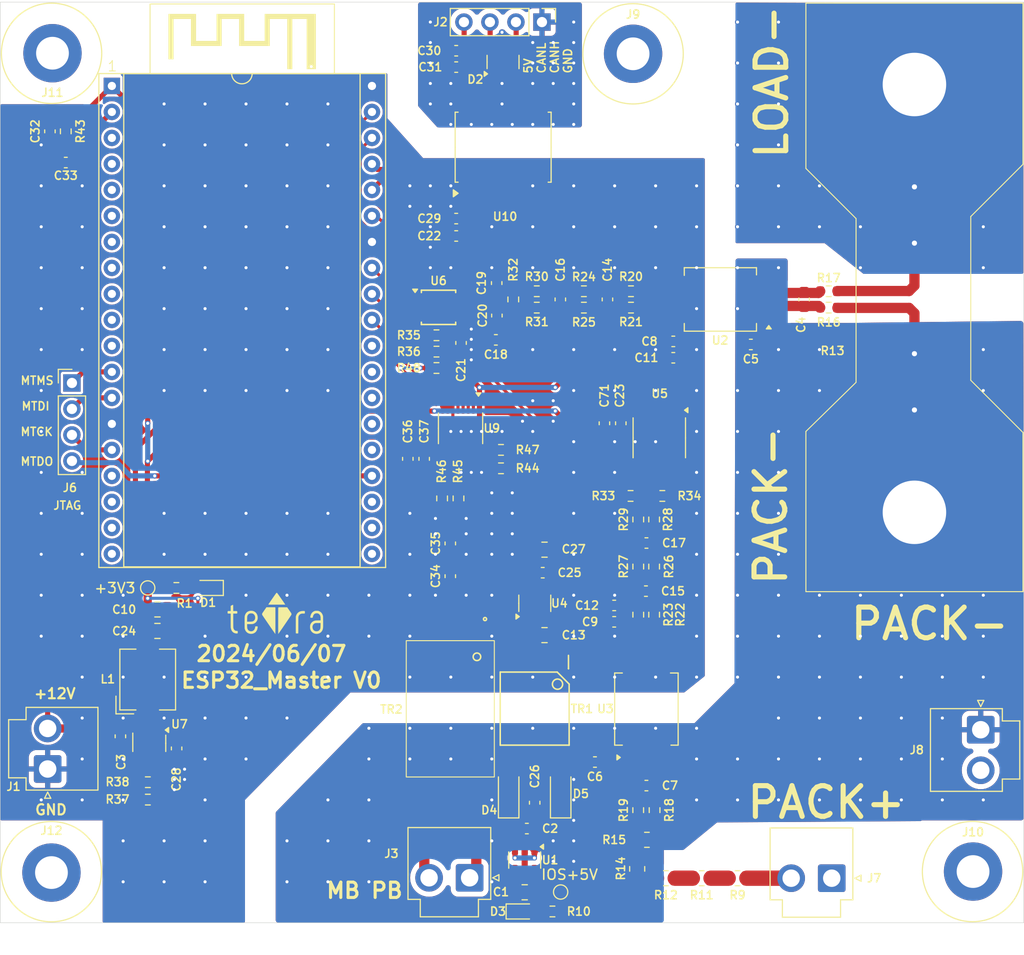
<source format=kicad_pcb>
(kicad_pcb (version 20240108) (generator "pcbnew") (generator_version "8.0")
  (layers (0 "F.Cu" signal) (31 "B.Cu" signal) (34 "B.Paste" user) (35 "F.Paste" user) (36 "B.SilkS" user "B.Silkscreen") (37 "F.SilkS" user "F.Silkscreen") (38 "B.Mask" user) (39 "F.Mask" user) (44 "Edge.Cuts" user))
  (net 0 "")
  (net 1 "+3V3")
  (net 2 "/PowerMonitor/ISO+5V")
  (net 3 "Net-(D4-K)")
  (net 4 "GND")
  (net 5 "Net-(U2-VINP)")
  (net 6 "Net-(U2-VINN)")
  (net 7 "Net-(U3-VINP)")
  (net 8 "Net-(U3-VINN)")
  (net 9 "Net-(C14-Pad1)")
  (net 10 "Net-(C14-Pad2)")
  (net 11 "Net-(C15-Pad1)")
  (net 12 "Net-(C15-Pad2)")
  (net 13 "Net-(C16-Pad1)")
  (net 14 "Net-(C16-Pad2)")
  (net 15 "Net-(C17-Pad1)")
  (net 16 "Net-(C17-Pad2)")
  (net 17 "GNDA")
  (net 18 "/PowerMonitor/Vin+")
  (net 19 "/PowerMonitor/Vin-")
  (net 20 "/PowerMonitor/BAT+")
  (net 26 "Net-(C34-Pad1)")
  (net 27 "Net-(C35-Pad2)")
  (net 28 "+5V")
  (net 29 "Net-(D3-A)")
  (net 30 "/PowerMonitor/VBAT_SENSE")
  (net 31 "/MCU/Boot")
  (net 32 "/MCU/NRST")
  (net 33 "Net-(R11-Pad1)")
  (net 34 "Net-(R11-Pad2)")
  (net 35 "Net-(R12-Pad2)")
  (net 36 "Net-(R14-Pad2)")
  (net 37 "Net-(D1-A)")
  (net 38 "Net-(U7-CB)")
  (net 39 "Net-(U2-VOUTN)")
  (net 40 "Net-(U2-VOUTP)")
  (net 41 "Net-(U3-VOUTN)")
  (net 42 "Net-(U3-VOUTP)")
  (net 43 "/MCU/MTMS")
  (net 44 "/MCU/MTDI")
  (net 45 "/MCU/MTCK")
  (net 46 "/MCU/MTDO")
  (net 47 "Net-(U9-ICMP)")
  (net 48 "/MCU/IP")
  (net 49 "/MCU/IM")
  (net 52 "Net-(U9-IBIAS)")
  (net 53 "/CAN/5V_CAN")
  (net 54 "/CAN/CAN_GND")
  (net 55 "/CAN/CANL")
  (net 56 "/MCU/MISO")
  (net 57 "/CAN/CANH")
  (net 58 "/CAN/CAN_RX")
  (net 63 "/CAN/CAN_TX")
  (net 74 "/MCU/SS")
  (net 75 "/MCU/SCK")
  (net 76 "/MCU/MOSI")
  (net 77 "/PowerMonitor/INN")
  (net 78 "/MCU/SCL")
  (net 79 "/MCU/SDA")
  (net 80 "Net-(U4-D2)")
  (net 81 "Net-(U4-D1)")
  (net 82 "Net-(U5B--)")
  (net 83 "Net-(D4-A)")
  (net 84 "Net-(D5-A)")
  (net 85 "/MA")
  (net 87 "/PA")
  (net 96 "Net-(U5B-+)")
  (net 100 "+12V")
  (net 101 "Net-(U7-SW)")
  (net 102 "Net-(U7-FB)")
  (footprint "R_0603_1608Metric" (layer "F.Cu") (at 130.9 88.3 180)
    (property "Reference" "R17")
    (property "Value" "1K")
  )
  (footprint "R_0603_1608Metric" (layer "F.Cu") (at 98.9 103.8)
    (property "Reference" "R47")
    (property "Value" "1.2K")
  )
  (footprint "LED_0603_1608Metric" (layer "F.Cu") (at 100.885 148.9)
    (property "Reference" "D3")
    (property "Value" "LED Red")
  )
  (footprint "R_0805_2012Metric" (layer "F.Cu") (at 113.15 141.9)
    (property "Reference" "R15")
    (property "Value" "1KΩ ±0.1% 250mW")
  )
  (footprint "JST_VH_B2P-VH-B_1x02_P3.96mm_Vertical" (layer "F.Cu") (at 131.2 145.65 180)
    (property "Reference" "J7")
    (property "Value" "Check_Votage")
  )
  (footprint "SOP-8_6.62x9.15mm_P2.54mm" (layer "F.Cu") (at 99.11 74.225 90)
    (property "Reference" "U10")
    (property "Value" "ISO1050DUBR")
  )
  (footprint "R_0805_2012Metric" (layer "F.Cu") (at 112.2 144.7375 90)
    (property "Reference" "R14")
    (property "Value" "470KΩ ±0.1% 250mW")
  )
  (footprint "R_PSR500HTQFB0L10_Metric_Pad5.2x8.75mm_Hole" (layer "F.Cu") (at 139.275 89 90)
    (property "Reference" "R13")
    (property "Value" "0.1MR  1% 15W ")
  )
  (footprint "C_0603_1608Metric" (layer "F.Cu") (at 98.48 87.5 -90)
    (property "Reference" "C19")
    (property "Value" "100nF/100V")
  )
  (footprint "C_0603_1608Metric" (layer "F.Cu") (at 104.695 89.1 -90)
    (property "Reference" "C16")
    (property "Value" "220pF/50V")
  )
  (footprint "C_0603_1608Metric" (layer "F.Cu") (at 109.955 119 180)
    (property "Reference" "C12")
    (property "Value" "2.2uF/25V")
  )
  (footprint "C_0805_2012Metric" (layer "F.Cu") (at 103.15 121.9)
    (property "Reference" "C13")
    (property "Value" "10uF/16V")
  )
  (footprint "C_0603_1608Metric" (layer "F.Cu") (at 94.525 81.2 180)
    (property "Reference" "C29")
    (property "Value" "100nF/100V")
  )
  (footprint "R_0603_1608Metric" (layer "F.Cu") (at 112.305 115.2 90)
    (property "Reference" "R27")
    (property "Value" "1K")
  )
  (footprint "MountingHole_3.2mm_M3_ISO7380_Pad" (layer "F.Cu") (at 55 145.1 90)
    (property "Reference" "J12")
    (property "Value" "Hole /NC")
  )
  (footprint "C_0603_1608Metric" (layer "F.Cu") (at 113.055 117.6 180)
    (property "Reference" "C15")
    (property "Value" "2.2nF/16V")
  )
  (footprint "SOIC-8_3.9x4.9mm_P1.27mm" (layer "F.Cu") (at 114.36 102.62 -90)
    (property "Reference" "U5")
    (property "Value" "OPA2197IDR")
  )
  (footprint "R_0603_1608Metric" (layer "F.Cu") (at 94.75 108.54 90)
    (property "Reference" "R45")
    (property "Value" "51R")
  )
  (footprint "C_0603_1608Metric" (layer "F.Cu") (at 113.1 136.6)
    (property "Reference" "C7")
    (property "Value" "330pF/100V")
  )
  (footprint "R_0603_1608Metric" (layer "F.Cu") (at 113.855 115.2 90)
    (property "Reference" "R26")
    (property "Value" "1K")
  )
  (footprint "R_0603_1608Metric" (layer "F.Cu") (at 113.855 119.9 -90)
    (property "Reference" "R22")
    (property "Value" "100R")
  )
  (footprint "C_0603_1608Metric" (layer "F.Cu") (at 94.525 66.4)
    (property "Reference" "C31")
    (property "Value" "100nF/100V")
  )
  (footprint "C_0603_1608Metric" (layer "F.Cu") (at 56.4 75.725)
    (property "Reference" "C33")
    (property "Value" "100nF/100V")
  )
  (footprint "C_0603_1608Metric" (layer "F.Cu") (at 102.975 115.8)
    (property "Reference" "C25")
    (property "Value" "100nF/100V")
  )
  (footprint "R_0603_1608Metric" (layer "F.Cu") (at 111.595 89.9)
    (property "Reference" "R21")
    (property "Value" "100R")
  )
  (footprint "C_0603_1608Metric" (layer "F.Cu") (at 128.5 89.1 90)
    (property "Reference" "C4")
    (property "Value" "330pF/100V")
  )
  (footprint "C_0805_2012Metric" (layer "F.Cu") (at 103.15 113.55)
    (property "Reference" "C27")
    (property "Value" "10uF/16V")
  )
  (footprint "R_0805_2012Metric" (layer "F.Cu") (at 115 145.65 180)
    (property "Reference" "R12")
    (property "Value" "470KΩ ±0.1% 250mW")
  )
  (footprint "MSOP-16_3x4mm_P0.5mm" (layer "F.Cu") (at 94.95 101.69 -90)
    (property "Reference" "U9")
    (property "Value" "LTC6820")
  )
  (footprint "D_SOD-123" (layer "F.Cu") (at 104.73 137.4 90)
    (property "Reference" "D5")
    (property "Value" "MBR0520")
  )
  (footprint "PinHeader_1x04_P2.54mm_Vertical" (layer "F.Cu") (at 102.9 62 -90)
    (property "Reference" "J2")
    (property "Value" "CAN")
  )
  (footprint "R_0603_1608Metric" (layer "F.Cu") (at 102.395 88.3)
    (property "Reference" "R30")
    (property "Value" "3.3K")
  )
  (footprint "C_0603_1608Metric" (layer "F.Cu") (at 101.425 140.8 180)
    (property "Reference" "C2")
    (property "Value" "100nF/100V")
  )
  (footprint "R_0603_1608Metric" (layer "F.Cu") (at 92.6 92.6 180)
    (property "Reference" "R35")
    (property "Value" "4.7K")
  )
  (footprint "R_0603_1608Metric" (layer "F.Cu") (at 113.855 110.6 90)
    (property "Reference" "R28")
    (property "Value" "5.6K")
  )
  (footprint "R_0603_1608Metric" (layer "F.Cu") (at 92.6 95.8 180)
    (property "Reference" "R48")
    (property "Value" "2K")
  )
  (footprint "MountingHole_3.2mm_M3_ISO7380_Pad" (layer "F.Cu") (at 145 145)
    (property "Reference" "J10")
    (property "Value" "Hole /NC")
  )
  (footprint "SSO-8_6.8x5.9mm_P1.27mm_Clearance8mm" (layer "F.Cu") (at 113.1 129.1 90)
    (property "Reference" "U3")
    (property "Value" "AMC1301")
  )
  (footprint "PinHeader_1x04_P2.54mm_Vertical" (layer "F.Cu") (at 57 97.26)
    (property "Reference" "J6")
    (property "Value" "JTAG /NC")
  )
  (footprint "C_0805_2012Metric" (layer "F.Cu") (at 65.35 121.49)
    (property "Reference" "C24")
    (property "Value" "10uF/16V")
  )
  (footprint "SOT-23-5" (layer "F.Cu") (at 102.2 118.79 90)
    (property "Reference" "U4")
    (property "Value" "SN6501DBV")
  )
  (footprint "R_0603_1608Metric" (layer "F.Cu") (at 106.995 89.9 180)
    (property "Reference" "R25")
    (property "Value" "1K")
  )
  (footprint "JST_VH_B2P-VH-B_1x02_P3.96mm_Vertical" (layer "F.Cu") (at 95.8375 145.61 180)
    (property "Reference" "J3")
    (property "Value" "PA MA")
  )
  (footprint "SOT-23-5" (layer "F.Cu") (at 101.215 143.875 -90)
    (property "Reference" "U1")
    (property "Value" "TPS76350")
  )
  (footprint "R_0603_1608Metric" (layer "F.Cu") (at 112.3 139 90)
    (property "Reference" "R19")
    (property "Value" "10R")
  )
  (footprint "C_0603_1608Metric" (layer "F.Cu") (at 98.4 93.05 180)
    (property "Reference" "C18")
    (property "Value" "100nF/100V")
  )
  (footprint "ESP32-DevKitc V4_DIP-38_27.9mm×48.2mm" (layer "F.Cu") (at 59.63 115.23)
    (property "Reference" "U8" (hide yes))
    (property "Value" "ESP32-DevKitC V4" (hide yes))
  )
  (footprint "JST_VH_B2P-VH-B_1x02_P3.96mm_Vertical" (layer "F.Cu") (at 54.63 134.98 90)
    (property "Reference" "J1")
    (property "Value" "PB MB")
  )
  (footprint "C_0603_1608Metric" (layer "F.Cu") (at 113.105 112.9 180)
    (property "Reference" "C17")
    (property "Value" "220pF/50V")
  )
  (footprint "C_0603_1608Metric" (layer "F.Cu") (at 54.85 72.675 90)
    (property "Reference" "C32")
    (property "Value" "100nF/100V")
  )
  (footprint "R_0603_1608Metric" (layer "F.Cu") (at 56.4 72.675 -90)
    (property "Reference" "R43")
    (property "Value" "10K")
  )
  (footprint "R_0603_1608Metric" (layer "F.Cu") (at 113.9 139 -90)
    (property "Reference" "R18")
    (property "Value" "1K")
  )
  (footprint "TestPoint_Pad_D1.0mm" (layer "F.Cu") (at 104.725 147)
    (property "Reference" "TP1" (hide yes))
    (property "Value" "IOS+5V")
  )
  (footprint "R_0603_1608Metric" (layer "F.Cu") (at 64.4125 136.27)
    (property "Reference" "R38")
    (property "Value" "22.1K")
  )
  (footprint "teTra-LOGO" (layer "F.Cu") (at 77 119.8)
    (property "Reference" "LOGO1" (hide yes))
    (property "Value" "teTra /NC" (hide yes))
  )
  (footprint "MountingHole_3.2mm_M3_ISO7380_Pad" (layer "F.Cu") (at 55.1 65.0425 180)
    (property "Reference" "J11")
    (property "Value" "Hole /NC")
  )
  (footprint "R_0603_1608Metric" (layer "F.Cu") (at 106.995 88.3 180)
    (property "Reference" "R24")
    (property "Value" "1K")
  )
  (footprint "HM2108NL" (layer "F.Cu") (at 93.95 129.1 180)
    (property "Reference" "TR2")
    (property "Value" "HM2108NL")
  )
  (footprint "WURTH-760390015" (layer "F.Cu") (at 102.19 129.09 -90)
    (property "Reference" "TR1")
    (property "Value" "Transformer")
  )
  (footprint "R_0603_1608Metric" (layer "F.Cu") (at 112.305 119.9 -90)
    (property "Reference" "R23")
    (property "Value" "100R")
  )
  (footprint "C_0603_1608Metric" (layer "F.Cu") (at 102.19 138.275 90)
    (property "Reference" "C26")
    (property "Value" "4.7uF/16V")
  )
  (footprint "C_0603_1608Metric" (layer "F.Cu") (at 108.075 134.3 180)
    (property "Reference" "C6")
    (property "Value" "100nF/100V")
  )
  (footprint "C_0805_2012Metric" (layer "F.Cu") (at 65.35 119.39)
    (property "Reference" "C10")
    (property "Value" "10uF/16V")
  )
  (footprint "C_0603_1608Metric" (layer "F.Cu") (at 109.295 89.1 -90)
    (property "Reference" "C14")
    (property "Value" "2.2nF/16V")
  )
  (footprint "C_0603_1608Metric" (layer "F.Cu") (at 94.525 82.9 180)
    (property "Reference" "C22")
    (property "Value" "1uF/25V")
  )
  (footprint "C_0603_1608Metric" (layer "F.Cu") (at 93.95 116.14 90)
    (property "Reference" "C34")
    (property "Value" "10nF/100V")
  )
  (footprint "SOT-23" (layer "F.Cu") (at 99.1 65.9 90)
    (property "Reference" "D2")
    (property "Value" "ESD24VS2U")
  )
  (footprint "C_0603_1608Metric" (layer "F.Cu") (at 123.3 93.5 180)
    (property "Reference" "C5")
    (property "Value" "100nF/100V")
  )
  (footprint "C_0603_1608Metric" (layer "F.Cu") (at 93.95 112.94 90)
    (property "Reference" "C35")
    (property "Value" "10nF/100V")
  )
  (footprint "R_0603_1608Metric" (layer "F.Cu") (at 92.6 94.2 180)
    (property "Reference" "R36")
    (property "Value" "4.7K")
  )
  (footprint "LED_0603_1608Metric" (layer "F.Cu") (at 70.3 117.29 180)
    (property "Reference" "D1")
    (property "Value" "LED Red")
  )
  (footprint "R_0805_2012Metric" (layer "F.Cu") (at 118.5 145.65 180)
    (property "Reference" "R11")
    (property "Value" "470KΩ ±0.1% 250mW")
  )
  (footprint "R_0603_1608Metric" (layer "F.Cu") (at 67.2 117.29 180)
    (property "Reference" "R1")
    (property "Value" "470R")
  )
  (footprint "C_0805_2012Metric" (layer "F.Cu") (at 101.215 147.025 180)
    (property "Reference" "C1")
    (property "Value" "10uF/16V")
  )
  (footprint "L_Bourns_SRP5030T" (layer "F.Cu") (at 64.4 126.24 90)
    (property "Reference" "L1")
    (property "Value" "3.3uH")
  )
  (footprint "R_0603_1608Metric" (layer "F.Cu") (at 114.655 108.3)
    (property "Reference" "R34")
    (property "Value" "33K")
  )
  (footprint "R_0603_1608Metric" (layer "F.Cu") (at 100.1 89.1 -90)
    (property "Reference" "R32")
    (property "Value" "1K")
  )
  (footprint "D_SOD-123" (layer "F.Cu") (at 99.65 137.4 90)
    (property "Reference" "D4")
    (property "Value" "MBR0520")
  )
  (footprint "C_0603_1608Metric" (layer "F.Cu") (at 109 101.2 -90)
    (property "Reference" "C71")
    (property "Value" "1uF/25V")
  )
  (footprint "R_0603_1608Metric" (layer "F.Cu") (at 111.555 108.3 180)
    (property "Reference" "R33")
    (property "Value" "33K")
  )
  (footprint "C_0603_1608Metric" (layer "F.Cu") (at 98.5 90.675 90)
    (property "Reference" "C20")
    (property "Value" "100nF/100V")
  )
  (footprint "JST_VH_B2P-VH-B_1x02_P3.96mm_Vertical" (layer "F.Cu") (at 145.75 131.1425 -90)
    (property "Reference" "J8")
    (property "Value" "Check_Votage")
  )
  (footprint "SSO-8_6.8x5.9mm_P1.27mm_Clearance8mm" (layer "F.Cu") (at 120.3 89.1 180)
    (property "Reference" "U2")
    (property "Value" "AMC1301 or AMC1302")
  )
  (footprint "R_0603_1608Metric" (layer "F.Cu") (at 112.305 110.6 90)
    (property "Reference" "R29")
    (property "Value" "5.6K")
  )
  (footprint "R_0603_1608Metric" (layer "F.Cu") (at 93.15 108.54 -90)
    (property "Reference" "R46")
    (property "Value" "51R")
  )
  (footprint "C_0603_1608Metric" (layer "F.Cu") (at 67.2225 132.97 -90)
    (property "Reference" "C28")
    (property "Value" "100nF/100V")
  )
  (footprint "R_0805_2012Metric" (layer "F.Cu") (at 122 145.65 180)
    (property "Reference" "R9")
    (property "Value" "470KΩ ±0.1% 250mW")
  )
  (footprint "SOT-23-6_Handsoldering" (layer "F.Cu") (at 64.5525 132.37 -90)
    (property "Reference" "U7")
    (property "Value" "LMR51420XDDCR")
  )
  (footprint "R_0603_1608Metric" (layer "F.Cu") (at 103.925 148.9)
    (property "Reference" "R10")
    (property "Value" "470R")
  )
  (footprint "R_0603_1608Metric" (layer "F.Cu") (at 130.9 89.9 180)
    (property "Reference" "R16")
    (property "Value" "1K")
  )
  (footprint "C_0603_1608Metric" (layer "F.Cu") (at 110.6 101.2 90)
    (property "Reference" "C23")
    (property "Value" "100nF/100V")
  )
  (footprint "R_0603_1608Metric" (layer "F.Cu") (at 98.9 105.6 180)
    (property "Reference" "R44")
    (property "Value" "806R")
  )
  (footprint "MountingHole_3.2mm_M3_ISO7380_Pad" (layer "F.Cu") (at 111.8 65.1)
    (property "Reference" "J9")
    (property "Value" "Hole /NC")
  )
  (footprint "C_0603_1608Metric" (layer "F.Cu") (at 115.725 93.2)
    (property "Reference" "C8")
    (property "Value" "100nF/100V")
  )
  (footprint "MSOP-10_3x3mm_P0.5mm" (layer "F.Cu") (at 92.8 89.875)
    (property "Reference" "U6")
    (property "Value" "ISL28022")
  )
  (footprint "R_0603_1608Metric" (layer "F.Cu") (at 111.595 88.3)
    (property "Reference" "R20")
    (property "Value" "100R")
  )
  (footprint "C_0603_1608Metric" (layer "F.Cu") (at 61.7325 131.785 -90)
    (property "Reference" "C3")
    (property "Value" "2.2uF/25V")
  )
  (footprint "C_0603_1608Metric" (layer "F.Cu") (at 115.725 94.8)
    (property "Reference" "C11")
    (property "Value" "2.2uF/25V")
  )
  (footprint "TestPoint_Pad_D1.0mm" (layer "F.Cu") (at 64.4 117.29 180)
    (property "Reference" "TP2" (hide yes))
    (property "Value" "+3V3")
  )
  (footprint "C_0603_1608Metric" (layer "F.Cu") (at 94.525 64.8 180)
    (property "Reference" "C30")
    (property "Value" "1uF/25V")
  )
  (footprint "R_0603_1608Metric" (layer "F.Cu") (at 102.395 89.9)
    (property "Reference" "R31")
    (property "Value" "3.3K")
  )
  (footprint "C_0603_1608Metric" (layer "F.Cu") (at 91.4 104.675 -90)
    (property "Reference" "C37")
    (property "Value" "100nF/100V")
  )
  (footprint "C_0603_1608Metric" (layer "F.Cu") (at 95 93.35 90)
    (property "Reference" "C21")
    (property "Value" "100nF/100V")
  )
  (footprint "R_0603_1608Metric" (layer "F.Cu") (at 64.4125 137.97)
    (property "Reference" "R37")
    (property "Value" "100K")
  )
  (footprint "C_0603_1608Metric" (layer "F.Cu") (at 89.8 104.675 90)
    (property "Reference" "C36")
    (property "Value" "1uF/25V")
  )
  (footprint "C_0603_1608Metric" (layer "F.Cu") (at 109.955 120.6 180)
    (property "Reference" "C9")
    (property "Value" "100nF/100V")
  )
  (gr_circle (center 144.95 145) (end 149.85 145) (stroke (width 0.12)) (fill none) (layer "F.SilkS"))
  (gr_circle (center 55.01 65.0525) (end 55.01 60.1525) (stroke (width 0.12)) (fill none) (layer "F.SilkS"))
  (gr_circle (center 54.99 145.01) (end 59.89 145.01) (stroke (width 0.12)) (fill none) (layer "F.SilkS"))
  (gr_circle (center 111.8 65.1) (end 116.7 65.1) (stroke (width 0.12)) (fill none) (layer "F.SilkS"))
  (gr_rect (start 50 60.05) (end 149.95 150) (stroke (width 0.05)) (fill none) (layer "Edge.Cuts"))
  (gr_text "JTAG" (at 55.1 109.7 0) (layer "F.SilkS") (effects (font (size 0.8 0.8) (thickness 0.15) (bold yes)) (justify left bottom)))
  (gr_text "MTDI" (at 52 100 0) (layer "F.SilkS") (effects (font (size 0.8 0.8) (thickness 0.15) (bold yes)) (justify left bottom)))
  (gr_text "2024/06/07" (at 69 124.6 0) (layer "F.SilkS") (effects (font (size 1.5 1.5) (thickness 0.3) (bold yes)) (justify left bottom)))
  (gr_text "GND" (at 53.3 139.55 0) (layer "F.SilkS") (effects (font (size 1 1) (thickness 0.2) (bold yes)) (justify left bottom)))
  (gr_text "MTMS" (at 51.9 97.5 0) (layer "F.SilkS") (effects (font (size 0.8 0.8) (thickness 0.15) (bold yes)) (justify left bottom)))
  (gr_text "PACK+" (at 122.7 140 0) (layer "F.SilkS") (effects (font (size 3 3) (thickness 0.5) (bold yes)) (justify left bottom)))
  (gr_text "MTCK" (at 51.9 102.5 0) (layer "F.SilkS") (effects (font (size 0.8 0.8) (thickness 0.15) (bold yes)) (justify left bottom)))
  (gr_text "ESP32_Master V0" (at 67.5 127.2 0) (layer "F.SilkS") (effects (font (size 1.5 1.5) (thickness 0.3) (bold yes)) (justify left bottom)))
  (gr_text "MTDO" (at 51.9 105.4 0) (layer "F.SilkS") (effects (font (size 0.8 0.8) (thickness 0.15) (bold yes)) (justify left bottom)))
  (gr_text "+12V" (at 53.2 128.2 0) (layer "F.SilkS") (effects (font (size 1 1) (thickness 0.2) (bold yes)) (justify left bottom)))
  (gr_text "5V\nCANL\nCANH\nGND" (at 105.9 67.1 90) (layer "F.SilkS") (effects (font (size 0.8 0.8)) (justify left bottom)))
  (gr_text "LOAD-" (at 127.1 75.6 90) (layer "F.SilkS") (effects (font (size 3 3) (thickness 0.5) (bold yes)) (justify left bottom)))
  (gr_text "MB PB" (at 81.7 147.73 0) (layer "F.SilkS") (effects (font (size 1.5 1.5) (thickness 0.3) (bold yes)) (justify left bottom)))
  (gr_text "PACK-" (at 132.8 122.55 0) (layer "F.SilkS") (effects (font (size 3 3) (thickness 0.5) (bold yes)) (justify left bottom)))
  (gr_text "PACK-" (at 127 117.25 90) (layer "F.SilkS") (effects (font (size 3 3) (thickness 0.5) (bold yes)) (justify left bottom)))
  (segment (start 102.19 111.49) (end 102.19 124.51) (width 0.5) (layer "F.Cu") (net 1))
  (segment (start 92.95 92.125) (end 92.95 85.25) (width 0.4) (layer "F.Cu") (net 1))
  (segment (start 57.24 71.9) (end 60.9 68.24) (width 0.5) (layer "F.Cu") (net 1))
  (segment (start 66.375 117.29) (end 64.4 117.29) (width 0.5) (layer "F.Cu") (net 1))
  (segment (start 93.7 100.9) (end 93.1 101.5) (width 0.5) (layer "F.Cu") (net 1))
  (segment (start 92.95 85.25) (end 95.3 82.9) (width 0.4) (layer "F.Cu") (net 1))
  (segment (start 93.2 103.01188) (end 93.2 103.84) (width 0.3) (layer "F.Cu") (net 1))
  (segment (start 93.425 92.6) (end 92.95 92.125) (width 0.4) (layer "F.Cu") (net 1))
  (segment (start 64.4 101.2) (end 64.4 71.74) (width 0.5) (layer "F.Cu") (net 1))
  (segment (start 89.8 103.9) (end 91.4 103.9) (width 0.5) (layer "F.Cu") (net 1))
  (segment (start 64.37 104.93) (end 64.4 104.9) (width 0.5) (layer "F.Cu") (net 1))
  (segment (start 93.04 103.9) (end 93.1 103.84) (width 0.5) (layer "F.Cu") (net 1))
  (segment (start 95.275 90.875) (end 95 90.875) (width 0.3) (layer "F.Cu") (net 1))
  (segment (start 93.1 102.8) (end 93.1 103.84) (width 0.5) (layer "F.Cu") (net 1))
  (segment (start 93.425 95.8) (end 93.425 92.6) (width 0.4) (layer "F.Cu") (net 1))
  (segment (start 99.5 100.9) (end 102.19 103.59) (width 0.5) (layer "F.Cu") (net 1))
  (segment (start 54.85 71.9) (end 57.24 71.9) (width 0.5) (layer "F.Cu") (net 1))
  (segment (start 68.13 137.97) (end 69.3 136.8) (width 0.3) (layer "F.Cu") (net 1))
  (segment (start 64.4 71.74) (end 60.9 68.24) (width 0.5) (layer "F.Cu") (net 1))
  (segment (start 66.75 102.55) (end 88.45 102.55) (width 0.5) (layer "F.Cu") (net 1))
  (segment (start 69.3 136.8) (end 69.3 118.3) (width 0.3) (layer "F.Cu") (net 1))
  (segment (start 96.8 100.9) (end 96.8 97.7) (width 0.5) (layer "F.Cu") (net 1))
  (segment (start 94.9 95.8) (end 93.425 95.8) (width 0.5) (layer "F.Cu") (net 1))
  (segment (start 114.9525 94.7975) (end 114.9525 91.005) (width 0.5) (layer "F.Cu") (net 1))
  (segment (start 94.45312 102.765) (end 93.44688 102.765) (width 0.3) (layer "F.Cu") (net 1))
  (segment (start 94.2 100.9) (end 99.5 100.9) (width 0.5) (layer "F.Cu") (net 1))
  (segment (start 64.4 118.3) (end 64.4 117.29) (width 0.8) (layer "F.Cu") (net 1))
  (segment (start 110.73 114.04) (end 110.73 120.6) (width 0.5) (layer "F.Cu") (net 1))
  (segment (start 102.19 111.49) (end 108.18 111.49) (width 0.5) (layer "F.Cu") (net 1))
  (segment (start 94.2 99.54) (end 94.2 100.9) (width 0.3) (layer "F.Cu") (net 1))
  (segment (start 110.73 122.31) (end 111.195 122.775) (width 0.5) (layer "F.Cu") (net 1))
  (segment (start 65.2375 137.97) (end 68.13 137.97) (width 0.3) (layer "F.Cu") (net 1))
  (segment (start 110.73 120.6) (end 110.73 122.31) (width 0.5) (layer "F.Cu") (net 1))
  (segment (start 96.8 97.7) (end 94.9 95.8) (width 0.5) (layer "F.Cu") (net 1))
  (segment (start 95.3 78.75) (end 95.3 82.9) (width 0.5) (layer "F.Cu") (net 1))
  (segment (start 93.425 92.6) (end 95 92.6) (width 0.4) (layer "F.Cu") (net 1))
  (segment (start 93.44688 102.765) (end 93.2 103.01188) (width 0.3) (layer "F.Cu") (net 1))
  (segment (start 88.45 102.55) (end 89.8 103.9) (width 0.5) (layer "F.Cu") (net 1))
  (segment (start 91.4 103.9) (end 93.04 103.9) (width 0.5) (layer "F.Cu") (net 1))
  (segment (start 64.37 117.26) (end 64.37 104.93) (width 0.5) (layer "F.Cu") (net 1))
  (segment (start 104.2 97.7) (end 107.1 94.8) (width 0.5) (layer "F.Cu") (net 1))
  (segment (start 94.7 103.01188) (end 94.45312 102.765) (width 0.3) (layer "F.Cu") (net 1))
  (segment (start 93.1 101.5) (end 93.1 102.8) (width 0.5) (layer "F.Cu") (net 1))
  (segment (start 111.195 122.775) (end 111.195 123.7525) (width 0.5) (layer "F.Cu") (net 1))
  (segment (start 95 92.6) (end 95 90.925) (width 0.4) (layer "F.Cu") (net 1))
  (segment (start 102.19 103.59) (end 102.19 111.49) (width 0.5) (layer "F.Cu") (net 1))
  (segment (start 93.2 99.54) (end 94.1 99.54) (width 0.5) (layer "F.Cu") (net 1))
  (segment (start 114.95 94.8) (end 114.9525 94.7975) (width 0.5) (layer "F.Cu") (net 1))
  (segment (start 107.1 94.8) (end 114.95 94.8) (width 0.5) (layer "F.Cu") (net 1))
  (segment (start 64.4 104.9) (end 66.75 102.55) (width 0.5) (layer "F.Cu") (net 1))
  (segment (start 94.2 100.9) (end 93.7 100.9) (width 0.5) (layer "F.Cu") (net 1))
  (segment (start 64.4 123.99) (end 64.4 118.3) (width 0.8) (layer "F.Cu") (net 1))
  (segment (start 108.18 111.49) (end 110.73 114.04) (width 0.5) (layer "F.Cu") (net 1))
  (segment (start 94.7 103.84) (end 94.7 103.01188) (width 0.3) (layer "F.Cu") (net 1))
  (via (at 69.3 118.3) (size 0.5) (drill 0.3) (layers "F.Cu" "B.Cu") (net 1))
  (via (at 64.4 104.9) (size 0.5) (drill 0.3) (layers "F.Cu" "B.Cu") (net 1))
  (via (at 64.4 118.3) (size 0.5) (drill 0.3) (layers "F.Cu" "B.Cu") (net 1))
  (via (at 96.8 97.7) (size 0.5) (drill 0.3) (layers "F.Cu" "B.Cu") (net 1))
  (via (at 64.4 101.2) (size 0.5) (drill 0.3) (layers "F.Cu" "B.Cu") (net 1))
  (via (at 104.2 97.7) (size 0.5) (drill 0.3) (layers "F.Cu" "B.Cu") (net 1))
  (segment (start 96.8 97.7) (end 104.2 97.7) (width 0.5) (layer "B.Cu") (net 1))
  (segment (start 69.3 118.3) (end 64.4 118.3) (width 0.3) (layer "B.Cu") (net 1))
  (segment (start 64.4 104.9) (end 64.4 101.2) (width 0.5) (layer "B.Cu") (net 1))
  (segment (start 102.165 145.0125) (end 102.165 147.025) (width 0.8) (layer "F.Cu") (net 2))
  (segment (start 109.075 134.3475) (end 111.195 134.3475) (width 0.8) (layer "F.Cu") (net 2))
  (segment (start 104.725 147) (end 105.4 147) (width 0.8) (layer "F.Cu") (net 2))
  (segment (start 124 127.4) (end 124 91.7) (width 0.8) (layer "F.Cu") (net 2))
  (segment (start 112.24 132.1) (end 119.3 132.1) (width 0.8) (layer "F.Cu") (net 2))
  (segment (start 104.75 148.9) (end 104.75 147.025) (width 0.5) (layer "F.Cu") (net 2))
  (segment (start 102.165 147.025) (end 104.7 147.025) (width 0.8) (layer "F.Cu") (net 2))
  (segment (start 111.195 133.145) (end 112.24 132.1) (width 0.8) (layer "F.Cu") (net 2))
  (segment (start 109.075 143.325) (end 109.075 134.3475) (width 0.8) (layer "F.Cu") (net 2))
  (segment (start 124 91.7) (end 124.695 91.005) (width 0.8) (layer "F.Cu") (net 2))
  (segment (start 111.195 134.3475) (end 111.195 133.145) (width 0.8) (layer "F.Cu") (net 2))
  (segment (start 124.695 91.005) (end 125.6475 91.005) (width 0.8) (layer "F.Cu") (net 2))
  (segment (start 105.4 147) (end 109.075 143.325) (width 0.8) (layer "F.Cu") (net 2))
  (segment (start 119.3 132.1) (end 124 127.4) (width 0.8) (layer "F.Cu") (net 2))
  (segment (start 99.65 139.05) (end 104.73 139.05) (width 1) (layer "F.Cu") (net 3))
  (segment (start 102.165 142.7375) (end 102.165 143.665) (width 0.5) (layer "F.Cu") (net 3))
  (segment (start 100.27 143.67) (end 100.27 142.7425) (width 0.5) (layer "F.Cu") (net 3))
  (segment (start 100.27 142.7425) (end 100.265 142.7375) (width 0.5) (layer "F.Cu") (net 3))
  (segment (start 102.19 139.05) (end 102.215 139.075) (width 1) (layer "F.Cu") (net 3))
  (segment (start 102.165 143.665) (end 102.16 143.67) (width 0.5) (layer "F.Cu") (net 3))
  (segment (start 102.215 139.075) (end 102.215 142.7375) (width 1) (layer "F.Cu") (net 3))
  (via (at 102.16 143.67) (size 0.5) (drill 0.3) (layers "F.Cu" "B.Cu") (net 3))
  (via (at 100.27 143.67) (size 0.5) (drill 0.3) (layers "F.Cu" "B.Cu") (net 3))
  (segment (start 102.16 143.67) (end 100.27 143.67) (width 0.5) (layer "B.Cu") (net 3))
  (segment (start 98.45 91.45) (end 98.5 91.45) (width 0.3) (layer "F.Cu") (net 4))
  (segment (start 95 90.375) (end 96.05 90.375) (width 0.3) (layer "F.Cu") (net 4))
  (segment (start 96.3 91.7) (end 96 92) (width 0.3) (layer "F.Cu") (net 4))
  (segment (start 94 102) (end 97 102) (width 0.8) (layer "F.Cu") (net 4))
  (segment (start 96.05 90.375) (end 96.3 90.625) (width 0.3) (layer "F.Cu") (net 4))
  (segment (start 99 102) (end 99.1 102) (width 0.8) (layer "F.Cu") (net 4))
  (segment (start 96.3 90.625) (end 96.3 91.7) (width 0.3) (layer "F.Cu") (net 4))
  (segment (start 93.95 115.365) (end 93.95 113.715) (width 0.5) (layer "F.Cu") (net 4))
  (segment (start 95 102) (end 95.45 102.45) (width 0.8) (layer "F.Cu") (net 4))
  (segment (start 97 102) (end 98 102) (width 0.8) (layer "F.Cu") (net 4))
  (segment (start 95.45 102.45) (end 95.45 105.45) (width 0.8) (layer "F.Cu") (net 4))
  (segment (start 98 102) (end 99 102) (width 0.8) (layer "F.Cu") (net 4))
  (segment (start 95.2 103.84) (end 95.7 103.84) (width 0.3) (layer "F.Cu") (net 4))
  (segment (start 106 103) (end 114 103) (width 0.5) (layer "F.Cu") (net 4))
  (segment (start 104 101) (end 106 103) (width 0.5) (layer "F.Cu") (net 4))
  (segment (start 95.45 105.45) (end 96 106) (width 0.8) (layer "F.Cu") (net 4))
  (via (at 92.5 112) (size 0.5) (drill 0.3) (layers "F.Cu" "B.Cu") (net 4))
  (via (at 106 86) (size 0.5) (drill 0.3) (layers "F.Cu" "B.Cu") (net 4))
  (via (at 102 126) (size 0.5) (drill 0.3) (layers "F.Cu" "B.Cu") (net 4))
  (via (at 70 146) (size 0.5) (drill 0.3) (layers "F.Cu" "B.Cu") (net 4))
  (via (at 90 78) (size 0.5) (drill 0.3) (layers "F.Cu" "B.Cu") (net 4))
  (via (at 78 74) (size 0.5) (drill 0.3) (layers "F.Cu" "B.Cu") (net 4))
  (via (at 74 134) (size 0.5) (drill 0.3) (layers "F.Cu" "B.Cu") (net 4))
  (via (at 98 114) (size 0.5) (drill 0.3) (layers "F.Cu" "B.Cu") (net 4))
  (via (at 96 93) (size 0.5) (drill 0.3) (layers "F.Cu" "B.Cu") (net 4))
  (via (at 112 103) (size 0.5) (drill 0.3) (layers "F.Cu" "B.Cu") (net 4))
  (via (at 62 126) (size 0.5) (drill 0.3) (layers "F.Cu" "B.Cu") (net 4))
  (via (at 90 118) (size 0.5) (drill 0.3) (layers "F.Cu" "B.Cu") (net 4))
  (via (at 67 137) (size 0.5) (drill 0.3) (layers "F.Cu" "B.Cu") (net 4))
  (via (at 54 106) (size 0.5) (drill 0.3) (layers "F.Cu" "B.Cu") (net 4))
  (via (at 54 98) (size 0.5) (drill 0.3) (layers "F.Cu" "B.Cu") (net 4))
  (via (at 98 82) (size 0.5) (drill 0.3) (layers "F.Cu" "B.Cu") (net 4))
  (via (at 54 110) (size 0.5) (drill 0.3) (layers "F.Cu" "B.Cu") (net 4))
  (via (at 98 112) (size 0.5) (drill 0.3) (layers "F.Cu" "B.Cu") (net 4))
  (via (at 66 78) (size 0.5) (drill 0.3) (layers "F.Cu" "B.Cu") (net 4))
  (via (at 54 90) (size 0.5) (drill 0.3) (layers "F.Cu" "B.Cu") (net 4))
  (via (at 66 86) (size 0.5) (drill 0.3) (layers "F.Cu" "B.Cu") (net 4))
  (via (at 74 70) (size 0.5) (drill 0.3) (layers "F.Cu" "B.Cu") (net 4))
  (via (at 66 90) (size 0.5) (drill 0.3) (layers "F.Cu" "B.Cu") (net 4))
  (via (at 86 118) (size 0.5) (drill 0.3) (layers "F.Cu" "B.Cu") (net 4))
  (via (at 78 90) (size 0.5) (drill 0.3) (layers "F.Cu" "B.Cu") (net 4))
  (via (at 86 126) (size 0.5) (drill 0.3) (layers "F.Cu" "B.Cu") (net 4))
  (via (at 70 138) (size 0.5) (drill 0.3) (layers "F.Cu" "B.Cu") (net 4))
  (via (at 74 98) (size 0.5) (drill 0.3) (layers "F.Cu" "B.Cu") (net 4))
  (via (at 118 110) (size 0.5) (drill 0.3) (layers "F.Cu" "B.Cu") (net 4))
  (via (at 102 86) (size 0.5) (drill 0.3) (layers "F.Cu" "B.Cu") (net 4))
  (via (at 58 134) (size 0.5) (drill 0.3) (layers "F.Cu" "B.Cu") (net 4))
  (via (at 54 118) (size 0.5) (drill 0.3) (layers "F.Cu" "B.Cu") (net 4))
  (via (at 70 110) (size 0.5) (drill 0.3) (layers "F.Cu" "B.Cu") (net 4))
  (via (at 54 86) (size 0.5) (drill 0.3) (layers "F.Cu" "B.Cu") (net 4))
  (via (at 94 80) (size 0.5) (drill 0.3) (layers "F.Cu" "B.Cu") (net 4))
  (via (at 78 114) (size 0.5) (drill 0.3) (layers "F.Cu" "B.Cu") (net 4))
  (via (at 95.5 118) (size 0.5) (drill 0.3) (layers "F.Cu" "B.Cu") (net 4))
  (via (at 106 82) (size 0.5) (drill 0.3) (layers "F.Cu" "B.Cu") (net 4))
  (via (at 54 138) (size 0.5) (drill 0.3) (layers "F.Cu" "B.Cu") (net 4))
  (via (at 78 126) (size 0.5) (drill 0.3) (layers "F.Cu" "B.Cu") (net 4))
  (via (at 66 114) (size 0.5) (drill 0.3) (layers "F.Cu" "B.Cu") (net 4))
  (via (at 70 98) (size 0.5) (drill 0.3) (layers "F.Cu" "B.Cu") (net 4))
  (via (at 92 80) (size 0.5) (drill 0.3) (layers "F.Cu" "B.Cu") (net 4))
  (via (at 58 138) (size 0.5) (drill 0.3) (layers "F.Cu" "B.Cu") (net 4))
  (via (at 66 130) (size 0.5) (drill 0.3) (layers "F.Cu" "B.Cu") (net 4))
  (via (at 97 106) (size 0.5) (drill 0.3) (layers "F.Cu" "B.Cu") (net 4))
  (via (at 82 98) (size 0.5) (drill 0.3) (layers "F.Cu" "B.Cu") (net 4))
  (via (at 74 114) (size 0.5) (drill 0.3) (layers "F.Cu" "B.Cu") (net 4))
  (via (at 102 78) (size 0.5) (drill 0.3) (layers "F.Cu" "B.Cu") (net 4))
  (via (at 74 86) (size 0.5) (drill 0.3) (layers "F.Cu" "B.Cu") (net 4))
  (via (at 54 78) (size 0.5) (drill 0.3) (layers "F.Cu" "B.Cu") (net 4))
  (via (at 95.5 112) (size 0.5) (drill 0.3) (layers "F.Cu" "B.Cu") (net 4))
  (via (at 98 102) (size 0.5) (drill 0.3) (layers "F.Cu" "B.Cu") (net 4))
  (via (at 82 86) (size 0.5) (drill 0.3) (layers "F.Cu" "B.Cu") (net 4))
  (via (at 66 74) (size 0.5) (drill 0.3) (layers "F.Cu" "B.Cu") (net 4))
  (via (at 90 126) (size 0.5) (drill 0.3) (layers "F.Cu" "B.Cu") (net 4))
  (via (at 74 90) (size 0.5) (drill 0.3) (layers "F.Cu" "B.Cu") (net 4))
  (via (at 118 126) (size 0.5) (drill 0.3) (layers "F.Cu" "B.Cu") (net 4))
  (via (at 95.5 114) (size 0.5) (drill 0.3) (layers "F.Cu" "B.Cu") (net 4))
  (via (at 118 94) (size 0.5) (drill 0.3) (layers "F.Cu" "B.Cu") (net 4))
  (via (at 82 118) (size 0.5) (drill 0.3) (layers "F.Cu" "B.Cu") (net 4))
  (via (at 118 102) (size 0.5) (drill 0.3) (layers "F.Cu" "B.Cu") (net 4))
  (via (at 70 78) (size 0.5) (drill 0.3) (layers "F.Cu" "B.Cu") (net 4))
  (via (at 54 114) (size 0.5) (drill 0.3) (layers "F.Cu" "B.Cu") (net 4))
  (via (at 106 110) (size 0.5) (drill 0.3) (layers "F.Cu" "B.Cu") (net 4))
  (via (at 70 70) (size 0.5) (drill 0.3) (layers "F.Cu" "B.Cu") (net 4))
  (via (at 94 86) (size 0.5) (drill 0.3) (layers "F.Cu" "B.Cu") (net 4))
  (via (at 98 122) (size 0.5) (drill 0.3) (layers "F.Cu" "B.Cu") (net 4))
  (via (at 78 78) (size 0.5) (drill 0.3) (layers "F.Cu" "B.Cu") (net 4))
  (via (at 110 98) (size 0.5) (drill 0.3) (layers "F.Cu" "B.Cu") (net 4))
  (via (at 70 86) (size 0.5) (drill 0.3) (layers "F.Cu" "B.Cu") (net 4))
  (via (at 74 126) (size 0.5) (drill 0.3) (layers "F.Cu" "B.Cu") (net 4))
  (via (at 110 110) (size 0.5) (drill 0.3) (layers "F.Cu" "B.Cu") (net 4))
  (via (at 66 70) (size 0.5) (drill 0.3) (layers "F.Cu" "B.Cu") (net 4))
  (via (at 58 78) (size 0.5) (drill 0.3) (layers "F.Cu" "B.Cu") (net 4))
  (via (at 68 135) (size 0.5) (drill 0.3) (layers "F.Cu" "B.Cu") (net 4))
  (via (at 118 86) (size 0.5) (drill 0.3) (layers "F.Cu" "B.Cu") (net 4))
  (via (at 110 118) (size 0.5) (drill 0.3) (layers "F.Cu" "B.Cu") (net 4))
  (via (at 94 78) (size 0.5) (drill 0.3) (layers "F.Cu" "B.Cu") (net 4))
  (via (at 110 78) (size 0.5) (drill 0.3) (layers "F.Cu" "B.Cu") (net 4))
  (via (at 78 110) (size 0.5) (drill 0.3) (layers "F.Cu" "B.Cu") (net 4))
  (via (at 114 126) (size 0.5) (drill 0.3) (layers "F.Cu" "B.Cu") (net 4))
  (via (at 98 108) (size 0.5) (drill 0.3) (layers "F.Cu" "B.Cu") (net 4))
  (via (at 106 106) (size 0.5) (drill 0.3) (layers "F.Cu" "B.Cu") (net 4))
  (via (at 92 86) (size 0.5) (drill 0.3) (layers "F.Cu" "B.Cu") (net 4))
  (via (at 66 146) (size 0.5) (drill 0.3) (layers "F.Cu" "B.Cu") (net 4))
  (via (at 118 78) (size 0.5) (drill 0.3) (layers "F.Cu" "B.Cu") (net 4))
  (via (at 92 78) (size 0.5) (drill 0.3) (layers "F.Cu" "B.Cu") (net 4))
  (via (at 62 146) (size 0.5) (drill 0.3) (layers "F.Cu" "B.Cu") (net 4))
  (via (at 106 122) (size 0.5) (drill 0.3) (layers "F.Cu" "B.Cu") (net 4))
  (via (at 96 95) (size 0.5) (drill 0.3) (layers "F.Cu" "B.Cu") (net 4))
  (via (at 62 142) (size 0.5) (drill 0.3) (layers "F.Cu" "B.Cu") (net 4))
  (via (at 58 114) (size 0.5) (drill 0.3) (layers "F.Cu" "B.Cu") (net 4))
  (via (at 99 102) (size 0.5) (drill 0.3) (layers "F.Cu" "B.Cu") (net 4))
  (via (at 92.5 114) (size 0.5) (drill 0.3) (layers "F.Cu" "B.Cu") (net 4))
  (via (at 114 103) (size 0.5) (drill 0.3) (layers "F.Cu" "B.Cu") (net 4))
  (via (at 101 101) (size 0.5) (drill 0.3) (layers "F.Cu" "B.Cu") (net 4))
  (via (at 82 74) (size 0.5) (drill 0.3) (layers "F.Cu" "B.Cu") (net 4))
  (via (at 100 108) (size 0.5) (drill 0.3) (layers "F.Cu" "B.Cu") (net 4))
  (via (at 106 98) (size 0.5) (drill 0.3) (layers "F.Cu" "B.Cu") (net 4))
  (via (at 70 134) (size 0.5) (drill 0.3) (layers "F.Cu" "B.Cu") (net 4))
  (via (at 98 126) (size 0.5) (drill 0.3) (layers "F.Cu" "B.Cu") (net 4))
  (via (at 90 122) (size 0.5) (drill 0.3) (layers "F.Cu" "B.Cu") (net 4))
  (via (at 54 82) (size 0.5) (drill 0.3) (layers "F.Cu" "B.Cu") (net 4))
  (via (at 66 82) (size 0.5) (drill 0.3) (layers "F.Cu" "B.Cu") (net 4))
  (via (at 67 136) (size 0.5) (drill 0.3) (layers "F.Cu" "B.Cu") (net 4))
  (via (at 90 80) (size 0.5) (drill 0.3) (layers "F.Cu" "B.Cu") (net 4))
  (via (at 78 130) (size 0.5) (drill 0.3) (layers "F.Cu" "B.Cu") (net 4))
  (via (at 94 126) (size 0.5) (drill 0.3) (layers "F.Cu" "B.Cu") (net 4))
  (via (at 62 138) (size 0.5) (drill 0.3) (layers "F.Cu" "B.Cu") (net 4))
  (via (at 58 122) (size 0.5) (drill 0.3) (layers "F.Cu" "B.Cu") (net 4))
  (via (at 74 94) (size 0.5) (drill 0.3) (layers "F.Cu" "B.Cu") (net 4))
  (via (at 106 114) (size 0.5) (drill 0.3) (layers "F.Cu" "B.Cu") (net 4))
  (via (at 118 90) (size 0.5) (drill 0.3) (layers "F.Cu" "B.Cu") (net 4))
  (via (at 106 118) (size 0.5) (drill 0.3) (layers "F.Cu" "B.Cu") (net 4))
  (via (at 78 82) (size 0.5) (drill 0.3) (layers "F.Cu" "B.Cu") (net 4))
  (via (at 70 126) (size 0.5) (drill 0.3) (layers "F.Cu" "B.Cu") (net 4))
  (via (at 70 74) (size 0.5) (drill 0.3) (layers "F.Cu" "B.Cu") (net 4))
  (via (at 82 110) (size 0.5) (drill 0.3) (layers "F.Cu" "B.Cu") (net 4))
  (via (at 58 86) (size 0.5) (drill 0.3) (layers "F.Cu" "B.Cu") (net 4))
  (via (at 78 70) (size 0.5) (drill 0.3) (layers "F.Cu" "B.Cu") (net 4))
  (via (at 74 74) (size 0.5) (drill 0.3) (layers "F.Cu" "B.Cu") (net 4))
  (via (at 118 82) (size 0.5) (drill 0.3) (layers "F.Cu" "B.Cu") (net 4))
  (via (at 70 130) (size 0.5) (drill 0.3) (layers "F.Cu" "B.Cu") (net 4))
  (via (at 82 90) (size 0.5) (drill 0.3) (layers "F.Cu" "B.Cu") (net 4))
  (via (at 74 82) (size 0.5) (drill 0.3) (layers "F.Cu" "B.Cu") (net 4))
  (via (at 100 110) (size 0.5) (drill 0.3) (layers "F.Cu" "B.Cu") (net 4))
  (via (at 98 118) (size 0.5) (drill 0.3) (layers "F.Cu" "B.Cu") (net 4))
  (via (at 106 103) (size 0.5) (drill 0.3) (layers "F.Cu" "B.Cu") (net 4))
  (via (at 82 122) (size 0.5) (drill 0.3) (layers "F.Cu" "B.Cu") (net 4))
  (via (at 67 135) (size 0.5) (drill 0.3) (layers "F.Cu" "B.Cu") (net 4))
  (via (at 92 82) (size 0.5) (drill 0.3) (layers "F.Cu" "B.Cu") (net 4))
  (via (at 58 110) (size 0.5) (drill 0.3) (layers "F.Cu" "B.Cu") (net 4))
  (via (at 70 122) (size 0.5) (drill 0.3) (layers "F.Cu" "B.Cu") (net 4))
  (via (at 82 114) (size 0.5) (drill 0.3) (layers "F.Cu" "B.Cu") (net 4))
  (via (at 102 94) (size 0.5) (drill 0.3) (layers "F.Cu" "B.Cu") (net 4))
  (via (at 96 92) (size 0.5) (drill 0.3) (layers "F.Cu" "B.Cu") (net 4))
  (via (at 58 126) (size 0.5) (drill 0.3) (layers "F.Cu" "B.Cu") (net 4))
  (via (at 100 112) (size 0.5) (drill 0.3) (layers "F.Cu" "B.Cu") (net 4))
  (via (at 74 110) (size 0.5) (drill 0.3) (layers "F.Cu" "B.Cu") (net 4))
  (via (at 118 106) (size 0.5) (drill 0.3) (layers "F.Cu" "B.Cu") (net 4))
  (via (at 118 118) (size 0.5) (drill 0.3) (layers "F.Cu" "B.Cu") (net 4))
  (via (at 66 142) (size 0.5) (drill 0.3) (layers "F.Cu" "B.Cu") (net 4))
  (via (at 70 142) (size 0.5) (drill 0.3) (layers "F.Cu" "B.Cu") (net 4))
  (via (at 74 118) (size 0.5) (drill 0.3) (layers "F.Cu" "B.Cu") (net 4))
  (via (at 110 122) (size 0.5) (drill 0.3) (layers "F.Cu" "B.Cu") (net 4))
  (via (at 118 114) (size 0.5) (drill 0.3) (layers "F.Cu" "B.Cu") (net 4))
  (via (at 66 94) (size 0.5) (drill 0.3) (layers "F.Cu" "B.Cu") (net 4))
  (via (at 82 82) (size 0.5) (drill 0.3) (layers "F.Cu" "B.Cu") (net 4))
  (via (at 102 82) (size 0.5) (drill 0.3) (layers "F.Cu" "B.Cu") (net 4))
  (via (at 74 130) (size 0.5) (drill 0.3) (layers "F.Cu" "B.Cu") (net 4))
  (via (at 118 122) (size 0.5) (drill 0.3) (layers "F.Cu" "B.Cu") (net 4))
  (via (at 74 78) (size 0.5) (drill 0.3) (layers "F.Cu" "B.Cu") (net 4))
  (via (at 68 136) (size 0.5) (drill 0.3) (layers "F.Cu" "B.Cu") (net 4))
  (via (at 92.5 118) (size 0.5) (drill 0.3) (layers "F.Cu" "B.Cu") (net 4))
  (via (at 110 103) (size 0.5) (drill 0.3) (layers "F.Cu" "B.Cu") (net 4))
  (via (at 82 70) (size 0.5) (drill 0.3) (layers "F.Cu" "B.Cu") (net 4))
  (via (at 66 126) (size 0.5) (drill 0.3) (layers "F.Cu" "B.Cu") (net 4))
  (via (at 102 99) (size 0.5) (drill 0.3) (layers "F.Cu" "B.Cu") (net 4))
  (via (at 95 102) (size 0.5) (drill 0.3) (layers "F.Cu" "B.Cu") (net 4))
  (via (at 58 130) (size 0.5) (drill 0.3) (layers "F.Cu" "B.Cu") (net 4))
  (via (at 96 94) (size 0.5) (drill 0.3) (layers "F.Cu" "B.Cu") (net 4))
  (via (at 66 98) (size 0.5) (drill 0.3) (layers "F.Cu" "B.Cu") (net 4))
  (via (at 98 110) (size 0.5) (drill 0.3) (layers "F.Cu" "B.Cu") (net 4))
  (via (at 62 130) (size 0.5) (drill 0.3) (layers "F.Cu" "B.Cu") (net 4))
  (via (at 114 94) (size 0.5) (drill 0.3) (layers "F.Cu" "B.Cu") (net 4))
  (via (at 95.5 110.5) (size 0.5) (drill 0.3) (layers "F.Cu" "B.Cu") (net 4))
  (via (at 94 102) (size 0.5) (drill 0.3) (layers "F.Cu" "B.Cu") (net 4))
  (via (at 90 110) (size 0.5) (drill 0.3) (layers "F.Cu" "B.Cu") (net 4))
  (via (at 70 114) (size 0.5) (drill 0.3) (layers "F.Cu" "B.Cu") (net 4))
  (via (at 106 94) (size 0.5) (drill 0.3) (layers "F.Cu" "B.Cu") (net 4))
  (via (at 97 102) (size 0.5) (drill 0.3) (layers "F.Cu" "B.Cu") (net 4))
  (via (at 104 101) (size 0.5) (drill 0.3) (layers "F.Cu" "B.Cu") (net 4))
  (via (at 104 99) (size 0.5) (drill 0.3) (layers "F.Cu" "B.Cu") (net 4))
  (via (at 110 106) (size 0.5) (drill 0.3) (layers "F.Cu" "B.Cu") (net 4))
  (via (at 70 90) (size 0.5) (drill 0.3) (layers "F.Cu" "B.Cu") (net 4))
  (via (at 78 86) (size 0.5) (drill 0.3) (layers "F.Cu" "B.Cu") (net 4))
  (via (at 114 98) (size 0.5) (drill 0.3) (layers "F.Cu" "B.Cu") (net 4))
  (via (at 95 106) (size 0.5) (drill 0.3) (layers "F.Cu" "B.Cu") (net 4))
  (via (at 58 118) (size 0.5) (drill 0.3) (layers "F.Cu" "B.Cu") (net 4))
  (via (at 62 118) (size 0.5) (drill 0.3) (layers "F.Cu" "B.Cu") (net 4))
  (via (at 114 86) (size 0.5) (drill 0.3) (layers "F.Cu" "B.Cu") (net 4))
  (via (at 110 126) (size 0.5) (drill 0.3) (layers "F.Cu" "B.Cu") (net 4))
  (via (at 66 110) (size 0.5) (drill 0.3) (layers "F.Cu" "B.Cu") (net 4))
  (via (at 78 94) (size 0.5) (drill 0.3) (layers "F.Cu" "B.Cu") (net 4))
  (via (at 82 78) (size 0.5) (drill 0.3) (layers "F.Cu" "B.Cu") (net 4))
  (via (at 78 118) (size 0.5) (drill 0.3) (layers "F.Cu" "B.Cu") (net 4))
  (via (at 96 106) (size 0.5) (drill 0.3) (layers "F.Cu" "B.Cu") (net 4))
  (via (at 82 126) (size 0.5) (drill 0.3) (layers "F.Cu" "B.Cu") (net 4))
  (via (at 96 102) (size 0.5) (drill 0.3) (layers "F.Cu" "B.Cu") (net 4))
  (via (at 78 98) (size 0.5) (drill 0.3) (layers "F.Cu" "B.Cu") (net 4))
  (via (at 92.5 110.5) (size 0.5) (drill 0.3) (layers "F.Cu" "B.Cu") (net 4))
  (via (at 70 94) (size 0.5) (drill 0.3) (layers "F.Cu" "B.Cu") (net 4))
  (via (at 110 82) (size 0.5) (drill 0.3) (layers "F.Cu" "B.Cu") (net 4))
  (via (at 106 126) (size 0.5) (drill 0.3) (layers "F.Cu" "B.Cu") (net 4))
  (via (at 102 102) (size 0.5) (drill 0.3) (layers "F.Cu" "B.Cu") (net 4))
  (via (at 54 94) (size 0.5) (drill 0.3) (layers "F.Cu" "B.Cu") (net 4))
  (via (at 92 84) (size 0.5) (drill 0.3) (layers "F.Cu" "B.Cu") (net 4))
  (via (at 78 122) (size 0.5) (drill 0.3) (layers "F.Cu" "B.Cu") (net 4))
  (via (at 54 102) (size 0.5) (drill 0.3) (layers "F.Cu" "B.Cu") (net 4))
  (via (at 86 122) (size 0.5) (drill 0.3) (layers "F.Cu" "B.Cu") (net 4))
  (via (at 114 82) (size 0.5) (drill 0.3) (layers "F.Cu" "B.Cu") (net 4))
  (via (at 114 78) (size 0.5) (drill 0.3) (layers "F.Cu" "B.Cu") (net 4))
  (via (at 106 78) (size 0.5) (drill 0.3) (layers "F.Cu" "B.Cu") (net 4))
  (via (at 70 82) (size 0.5) (drill 0.3) (layers "F.Cu" "B.Cu") (net 4))
  (via (at 110 94) (size 0.5) (drill 0.3) (layers "F.Cu" "B.Cu") (net 4))
  (via (at 54 122) (size 0.5) (drill 0.3) (layers "F.Cu" "B.Cu") (net 4))
  (via (at 118 98) (size 0.5) (drill 0.3) (layers "F.Cu" "B.Cu") (net 4))
  (via (at 58 94) (size 0.5) (drill 0.3) (layers "F.Cu" "B.Cu") (net 4))
  (via (at 90 114) (size 0.5) (drill 0.3) (layers "F.Cu" "B.Cu") (net 4))
  (via (at 58 82) (size 0.5) (drill 0.3) (layers "F.Cu" "B.Cu") (net 4))
  (via (at 62 122) (size 0.5) (drill 0.3) (layers "F.Cu" "B.Cu") (net 4))
  (via (at 82 94) (size 0.5) (drill 0.3) (layers "F.Cu" "B.Cu") (net 4))
  (via (at 62 134) (size 0.5) (drill 0.3) (layers "F.Cu" "B.Cu") (net 4))
  (via (at 100 114) (size 0.5) (drill 0.3) (layers "F.Cu" "B.Cu") (net 4))
  (via (at 58 90) (size 0.5) (drill 0.3) (layers "F.Cu" "B.Cu") (net 4))
  (via (at 98 86) (size 0.5) (drill 0.3) (layers "F.Cu" "B.Cu") (net 4))
  (via (at 110 86) (size 0.5) (drill 0.3) (layers "F.Cu" "B.Cu") (net 4))
  (via (at 54 74) (size 0.5) (drill 0.3) (layers "F.Cu" "B.Cu") (net 4))
  (via (at 58 106) (size 0.5) (drill 0.3) (layers "F.Cu" "B.Cu") (net 4))
  (segment (start 125.6475 89.735) (end 129.91 89.735) (width 1) (layer "F.Cu") (net 5))
  (segment (start 129.91 89.735) (end 130.075 89.9) (width 1) (layer "F.Cu") (net 5))
  (segment (start 129.91 88.465) (end 130.075 88.3) (width 1) (layer "F.Cu") (net 6))
  (segment (start 125.6475 88.465) (end 129.91 88.465) (width 1) (layer "F.Cu") (net 6))
  (segment (start 112.465 134.3475) (end 112.465 138.015) (width 1) (layer "F.Cu") (net 7))
  (segment (start 113.735 134.3475) (end 113.735 138.01) (width 1) (layer "F.Cu") (net 8))
  (segment (start 113.735 138.01) (end 113.9 138.175) (width 1) (layer "F.Cu") (net 8))
  (segment (start 107.82 88.3) (end 110.77 88.3) (width 0.3) (layer "F.Cu") (net 9))
  (segment (start 107.82 89.9) (end 110.77 89.9) (width 0.3) (layer "F.Cu") (net 10))
  (segment (start 113.855 119.075) (end 113.855 116.025) (width 0.6) (layer "F.Cu") (net 11))
  (segment (start 112.305 119.075) (end 112.305 116.025) (width 0.6) (layer "F.Cu") (net 12))
  (segment (start 103.22 88.3) (end 106.17 88.3) (width 0.3) (layer "F.Cu") (net 13))
  (segment (start 103.22 89.9) (end 106.17 89.9) (width 0.3) (layer "F.Cu") (net 14))
  (segment (start 113.855 114.375) (end 113.855 111.425) (width 0.6) (layer "F.Cu") (net 15))
  (segment (start 112.305 114.375) (end 112.305 111.425) (width 0.6) (layer "F.Cu") (net 16))
  (segment (start 101.215 146.075) (end 101.215 141.365) (width 0.6) (layer "F.Cu") (net 17))
  (segment (start 102.19 133.65) (end 102.19 137.525) (width 1) (layer "F.Cu") (net 17))
  (segment (start 139.275 90.45) (end 139.275 94.4) (width 1) (layer "F.Cu") (net 17))
  (segment (start 100.0975 148.9) (end 100.0975 147.1925) (width 0.5) (layer "F.Cu") (net 17))
  (segment (start 114.0625 141.9) (end 114.0625 139.8875) (width 1.5) (layer "F.Cu") (net 17))
  (segment (start 138.75 89.925) (end 139.275 90.45) (width 1) (layer "F.Cu") (net 17))
  (segment (start 131.75 89.925) (end 138.75 89.925) (width 1) (layer "F.Cu") (net 17))
  (segment (start 101.215 141.365) (end 100.65 140.8) (width 0.6) (layer "F.Cu") (net 17))
  (segment (start 101.215 146.075) (end 100.265 147.025) (width 0.6) (layer "F.Cu") (net 17))
  (segment (start 100.0975 147.1925) (end 100.265 147.025) (width 0.5) (layer "F.Cu") (net 17))
  (via (at 122 98) (size 0.5) (drill 0.3) (layers "F.Cu" "B.Cu") (net 17))
  (via (at 106 144) (size 0.5) (drill 0.3) (layers "F.Cu" "B.Cu") (net 17))
  (via (at 94 134) (size 0.5) (drill 0.3) (layers "F.Cu" "B.Cu") (net 17))
  (via (at 126 134) (size 0.5) (drill 0.3) (layers "F.Cu" "B.Cu") (net 17))
  (via (at 98 134) (size 0.5) (drill 0.3) (layers "F.Cu" "B.Cu") (net 17))
  (via (at 126 122) (size 0.5) (drill 0.3) (layers "F.Cu" "B.Cu") (net 17))
  (via (at 126 106) (size 0.5) (drill 0.3) (layers "F.Cu" "B.Cu") (net 17))
  (via (at 134 130) (size 0.5) (drill 0.3) (layers "F.Cu" "B.Cu") (net 17))
  (via (at 126 102) (size 0.5) (drill 0.3) (layers "F.Cu" "B.Cu") (net 17))
  (via (at 142 134) (size 0.5) (drill 0.3) (layers "F.Cu" "B.Cu") (net 17))
  (via (at 122 86) (size 0.5) (drill 0.3) (layers "F.Cu" "B.Cu") (net 17))
  (via (at 86 131) (size 0.5) (drill 0.3) (layers "F.Cu" "B.Cu") (net 17))
  (via (at 130 130) (size 0.5) (drill 0.3) (layers "F.Cu" "B.Cu") (net 17))
  (via (at 82 146) (size 0.5) (drill 0.3) (layers "F.Cu" "B.Cu") (net 17))
  (via (at 134 126) (size 0.5) (drill 0.3) (layers "F.Cu" "B.Cu") (net 17))
  (via (at 122 138) (size 0.5) (drill 0.3) (layers "F.Cu" "B.Cu") (net 17))
  (via (at 106 142) (size 0.5) (drill 0.3) (layers "F.Cu" "B.Cu") (net 17))
  (via (at 106 131) (size 0.5) (drill 0.3) (layers "F.Cu" "B.Cu") (net 17))
  (via (at 82 138) (size 0.5) (drill 0.3) (layers "F.Cu" "B.Cu") (net 17))
  (via (at 118 134) (size 0.5) (drill 0.3) (layers "F.Cu" "B.Cu") (net 17))
  (via (at 146 118) (size 0.5) (drill 0.3) (layers "F.Cu" "B.Cu") (net 17))
  (via (at 134 138) (size 0.5) (drill 0.3) (layers "F.Cu" "B.Cu") (net 17))
  (via (at 130 98) (size 0.5) (drill 0.3) (layers "F.Cu" "B.Cu") (net 17))
  (via (at 86 138) (size 0.5) (drill 0.3) (layers "F.Cu" "B.Cu") (net 17))
  (via (at 130 126) (size 0.5) (drill 0.3) (layers "F.Cu" "B.Cu") (net 17))
  (via (at 130 134) (size 0.5) (drill 0.3) (layers "F.Cu" "B.Cu") (net 17))
  (via (at 104 142) (size 0.5) (drill 0.3) (layers "F.Cu" "B.Cu") (net 17))
  (via (at 98 138) (size 0.5) (drill 0.3) (layers "F.Cu" "B.Cu") (net 17))
  (via (at 114 131) (size 0.5) (drill 0.3) (layers "F.Cu" "B.Cu") (net 17))
  (via (at 130 138) (size 0.5) (drill 0.3) (layers "F.Cu" "B.Cu") (net 17))
  (via (at 98 146) (size 0.5) (drill 0.3) (layers "F.Cu" "B.Cu") (net 17))
  (via (at 142 138) (size 0.5) (drill 0.3) (layers "F.Cu" "B.Cu") (net 17))
  (via (at 146 138) (size 0.5) (drill 0.3) (layers "F.Cu" "B.Cu") (net 17))
  (via (at 106 136) (size 0.5) (drill 0.3) (layers "F.Cu" "B.Cu") (net 17))
  (via (at 142 118) (size 0.5) (drill 0.3) (layers "F.Cu" "B.Cu") (net 17))
  (via (at 118 138) (size 0.5) (drill 0.3) (layers "F.Cu" "B.Cu") (net 17))
  (via (at 78 142) (size 0.5) (drill 0.3) (layers "F.Cu" "B.Cu") (net 17))
  (via (at 122 126) (size 0.5) (drill 0.3) (layers "F.Cu" "B.Cu") (net 17))
  (via (at 122 118) (size 0.5) (drill 0.3) (layers "F.Cu" "B.Cu") (net 17))
  (via (at 86 134) (size 0.5) (drill 0.3) (layers "F.Cu" "B.Cu") (net 17))
  (via (at 126 130) (size 0.5) (drill 0.3) (layers "F.Cu" "B.Cu") (net 17))
  (via (at 122 110) (size 0.5) (drill 0.3) (layers "F.Cu" "B.Cu") (net 17))
  (via (at 102 131) (size 0.5) (drill 0.3) (layers "F.Cu" "B.Cu") (net 17))
  (via (at 138 118) (size 0.5) (drill 0.3) (layers "F.Cu" "B.Cu") (net 17))
  (via (at 126 126) (size 0.5) (drill 0.3) (layers "F.Cu" "B.Cu") (net 17))
  (via (at 126 94) (size 0.5) (drill 0.3) (layers "F.Cu" "B.Cu") (net 17))
  (via (at 94 131) (size 0.5) (drill 0.3) (layers "F.Cu" "B.Cu") (net 17))
  (via (at 122 122) (size 0.5) (drill 0.3) (layers "F.Cu" "B.Cu") (net 17))
  (via (at 138 138) (size 0.5) (drill 0.3) (layers "F.Cu" "B.Cu") (net 17))
  (via (at 90 134) (size 0.5) (drill 0.3) (layers "F.Cu" "B.Cu") (net 17))
  (via (at 130 122) (size 0.5) (drill 0.3) (layers "F.Cu" "B.Cu") (net 17))
  (via (at 126 86) (size 0.5) (drill 0.3) (layers "F.Cu" "B.Cu") (net 17))
  (via (at 86 146) (size 0.5) (drill 0.3) (layers "F.Cu" "B.Cu") (net 17))
  (via (at 122 114) (size 0.5) (drill 0.3) (layers "F.Cu" "B.Cu") (net 17))
  (via (at 104 144) (size 0.5) (drill 0.3) (layers "F.Cu" "B.Cu") (net 17))
  (via (at 146 126) (size 0.5) (drill 0.3) (layers "F.Cu" "B.Cu") (net 17))
  (via (at 126 110) (size 0.5) (drill 0.3) (layers "F.Cu" "B.Cu") (net 17))
  (via (at 138 122) (size 0.5) (drill 0.3) (layers "F.Cu" "B.Cu") (net 17))
  (via (at 110 131) (size 0.5) (drill 0.3) (layers "F.Cu" "B.Cu") (net 17))
  (via (at 126 98) (size 0.5) (drill 0.3) (layers "F.Cu" "B.Cu") (net 17))
  (via (at 122 102) (size 0.5) (drill 0.3) (layers "F.Cu" "B.Cu") (net 17))
  (via (at 138 130) (size 0.5) (drill 0.3) (layers "F.Cu" "B.Cu") (net 17))
  (via (at 98 142) (size 0.5) (drill 0.3) (layers "F.Cu" "B.Cu") (net 17))
  (via (at 126 118) (size 0.5) (drill 0.3) (layers "F.Cu" "B.Cu") (net 17))
  (via (at 122 106) (size 0.5) (drill 0.3) (layers "F.Cu" "B.Cu") (net 17))
  (via (at 142 126) (size 0.5) (drill 0.3) (layers "F.Cu" "B.Cu") (net 17))
  (via (at 86 142) (size 0.5) (drill 0.3) (layers "F.Cu" "B.Cu") (net 17))
  (via (at 130 118) (size 0.5) (drill 0.3) (layers "F.Cu" "B.Cu") (net 17))
  (via (at 90 131) (size 0.5) (drill 0.3) (layers "F.Cu" "B.Cu") (net 17))
  (via (at 122 134) (size 0.5) (drill 0.3) (layers "F.Cu" "B.Cu") (net 17))
  (via (at 142 122) (size 0.5) (drill 0.3) (layers "F.Cu" "B.Cu") (net 17))
  (via (at 138 134) (size 0.5) (drill 0.3) (layers "F.Cu" "B.Cu") (net 17))
  (via (at 134 118) (size 0.5) (drill 0.3) (layers "F.Cu" "B.Cu") (net 17))
  (via (at 138 126) (size 0.5) (drill 0.3) (layers "F.Cu" "B.Cu") (net 17))
  (via (at 106 138) (size 0.5) (drill 0.3) (layers "F.Cu" "B.Cu") (net 17))
  (via (at 146 94) (size 0.5) (drill 0.3) (layers "F.Cu" "B.Cu") (net 17))
  (via (at 126 138) (size 0.5) (drill 0.3) (layers "F.Cu" "B.Cu") (net 17))
  (via (at 134 134) (size 0.5) (drill 0.3) (layers "F.Cu" "B.Cu") (net 17))
  (via (at 146 98) (size 0.5) (drill 0.3) (layers "F.Cu" "B.Cu") (net 17))
  (via (at 82 142) (size 0.5) (drill 0.3) (layers "F.Cu" "B.Cu") (net 17))
  (via (at 98 131) (size 0.5) (drill 0.3) (layers "F.Cu" "B.Cu") (net 17))
  (via (at 142 130) (size 0.5) (drill 0.3) (layers "F.Cu" "B.Cu") (net 17))
  (via (at 130 94) (size 0.5) (drill 0.3) (layers "F.Cu" "B.Cu") (net 17))
  (via (at 106 140) (size 0.5) (drill 0.3) (layers "F.Cu" "B.Cu") (net 17))
  (via (at 78 146) (size 0.5) (drill 0.3) (layers "F.Cu" "B.Cu") (net 17))
  (via (at 134 122) (size 0.5) (drill 0.3) (layers "F.Cu" "B.Cu") (net 17))
  (via (at 122 90) (size 0.5) (drill 0.3) (layers "F.Cu" "B.Cu") (net 17))
  (via (at 146 122) (size 0.5) (drill 0.3) (layers "F.Cu" "B.Cu") (net 17))
  (via (at 118 131) (size 0.5) (drill 0.3) (layers "F.Cu" "B.Cu") (net 17))
  (via (at 126 114) (size 0.5) (drill 0.3) (layers "F.Cu" "B.Cu") (net 17))
  (segment (start 98.48 88.275) (end 101.545 88.275) (width 0.3) (layer "F.Cu") (net 18))
  (segment (start 95 88.875) (end 97.88 88.875) (width 0.3) (layer "F.Cu") (net 18))
  (segment (start 97.88 88.875) (end 98.48 88.275) (width 0.3) (layer "F.Cu") (net 18))
  (segment (start 98.5 89.9) (end 101.57 89.9) (width 0.3) (layer "F.Cu") (net 19))
  (segment (start 97.975 89.375) (end 98.5 89.9) (width 0.3) (layer "F.Cu") (net 19))
  (segment (start 95 89.375) (end 97.975 89.375) (width 0.3) (layer "F.Cu") (net 19))
  (segment (start 122.9125 145.65) (end 126.4975 145.65) (width 1.5) (layer "F.Cu") (net 20))
  (segment (start 93.95 121.43) (end 93.95 116.915) (width 0.5) (layer "F.Cu") (net 26))
  (segment (start 94.75 109.365) (end 93.95 109.365) (width 0.5) (layer "F.Cu") (net 27))
  (segment (start 93.95 109.365) (end 93.15 109.365) (width 0.5) (layer "F.Cu") (net 27))
  (segment (start 93.95 112.165) (end 93.95 109.365) (width 0.5) (layer "F.Cu") (net 27))
  (segment (start 103.1 148.9) (end 101.6725 148.9) (width 0.5) (layer "F.Cu") (net 29))
  (segment (start 114.995 105.095) (end 114.995 104.371262) (width 0.3) (layer "F.Cu") (net 30))
  (segment (start 114.223738 103.6) (end 104.87 103.6) (width 0.3) (layer "F.Cu") (net 30))
  (segment (start 97.6 90.6) (end 96.875 89.875) (width 0.3) (layer "F.Cu") (net 30))
  (segment (start 96.875 89.875) (end 95 89.875) (width 0.3) (layer "F.Cu") (net 30))
  (segment (start 114.995 107.815) (end 115.48 108.3) (width 0.5) (layer "F.Cu") (net 30))
  (segment (start 114.995 104.371262) (end 114.223738 103.6) (width 0.3) (layer "F.Cu") (net 30))
  (segment (start 104.87 103.6) (end 97.6 96.33) (width 0.3) (layer "F.Cu") (net 30))
  (segment (start 114.995 105.095) (end 114.995 107.815) (width 0.5) (layer "F.Cu") (net 30))
  (segment (start 97.6 96.33) (end 97.6 90.6) (width 0.3) (layer "F.Cu") (net 30))
  (segment (start 58.18 73.5) (end 60.9 70.78) (width 0.5) (layer "F.Cu") (net 32))
  (segment (start 56.4 73.5) (end 58.18 73.5) (width 0.5) (layer "F.Cu") (net 32))
  (segment (start 57.175 75.725) (end 56.4 74.95) (width 0.5) (layer "F.Cu") (net 32))
  (segment (start 56.4 74.95) (end 56.4 73.5) (width 0.5) (layer "F.Cu") (net 32))
  (segment (start 119.4125 145.65) (end 121.0875 145.65) (width 1.5) (layer "F.Cu") (net 33))
  (segment (start 115.9125 145.65) (end 117.5875 145.65) (width 1.5) (layer "F.Cu") (net 34))
  (segment (start 112.2 145.65) (end 114.0875 145.65) (width 1.5) (layer "F.Cu") (net 35))
  (segment (start 112.2 143.825) (end 112.2 139.95) (width 1.5) (layer "F.Cu") (net 36))
  (segment (start 112.35 143.6875) (end 112.2 143.8375) (width 1) (layer "F.Cu") (net 36))
  (segment (start 68.025 117.29) (end 69.5125 117.29) (width 0.3) (layer "F.Cu") (net 37))
  (segment (start 67.1975 133.72) (end 67.2225 133.745) (width 0.5) (layer "F.Cu") (net 38))
  (segment (start 65.5025 133.72) (end 67.1975 133.72) (width 0.5) (layer "F.Cu") (net 38))
  (segment (start 114.9525 88.465) (end 112.585 88.465) (width 0.3) (layer "F.Cu") (net 39))
  (segment (start 112.585 88.465) (end 112.42 88.3) (width 0.3) (layer "F.Cu") (net 39))
  (segment (start 112.585 89.735) (end 112.42 89.9) (width 0.3) (layer "F.Cu") (net 40))
  (segment (start 114.9525 89.735) (end 112.585 89.735) (width 0.3) (layer "F.Cu") (net 40))
  (segment (start 113.735 123.7525) (end 113.735 120.845) (width 0.6) (layer "F.Cu") (net 41))
  (segment (start 113.735 120.845) (end 113.855 120.725) (width 0.6) (layer "F.Cu") (net 41))
  (segment (start 112.465 123.7525) (end 112.465 120.885) (width 0.6) (layer "F.Cu") (net 42))
  (segment (start 112.465 120.885) (end 112.305 120.725) (width 0.6) (layer "F.Cu") (net 42))
  (segment (start 58.08 96.18) (end 57 97.26) (width 0.5) (layer "F.Cu") (net 43))
  (segment (start 60.9 96.18) (end 58.08 96.18) (width 0.5) (layer "F.Cu") (net 43))
  (segment (start 60.9 98.72) (end 58.08 98.72) (width 0.5) (layer "F.Cu") (net 44))
  (segment (start 58.08 98.72) (end 57 99.8) (width 0.5) (layer "F.Cu") (net 44))
  (segment (start 60.9 103.8) (end 58.46 103.8) (width 0.5) (layer "F.Cu") (net 45))
  (segment (start 58.46 103.8) (end 57 102.34) (width 0.5) (layer "F.Cu") (net 45))
  (segment (start 86.3 106.34) (end 65.08 106.34) (width 0.5) (layer "F.Cu") (net 46))
  (via (at 65.08 106.34) (size 0.5) (drill 0.3) (layers "F.Cu" "B.Cu") (net 46))
  (segment (start 61.417767 105.05) (end 57.17 105.05) (width 0.5) (layer "B.Cu") (net 46))
  (segment (start 57.17 105.05) (end 57 104.88) (width 0.5) (layer "B.Cu") (net 46))
  (segment (start 62.707767 106.34) (end 61.417767 105.05) (width 0.5) (layer "B.Cu") (net 46))
  (segment (start 65.08 106.34) (end 62.707767 106.34) (width 0.5) (layer "B.Cu") (net 46))
  (segment (start 96.2 103.84) (end 96.2 103.01188) (width 0.3) (layer "F.Cu") (net 47))
  (segment (start 99.465 102.765) (end 99.725 103.025) (width 0.3) (layer "F.Cu") (net 47))
  (segment (start 96.2 103.01188) (end 96.44688 102.765) (width 0.3) (layer "F.Cu") (net 47))
  (segment (start 99.725 104) (end 99.725 105.6) (width 0.3) (layer "F.Cu") (net 47))
  (segment (start 96.44688 102.765) (end 99.465 102.765) (width 0.3) (layer "F.Cu") (net 47))
  (segment (start 99.725 103.025) (end 99.725 104) (width 0.3) (layer "F.Cu") (net 47))
  (segment (start 94.2 103.84) (end 94.2 107.165) (width 0.3) (layer "F.Cu") (net 48))
  (segment (start 94.2 107.165) (end 94.75 107.715) (width 0.3) (layer "F.Cu") (net 48))
  (segment (start 96.49 121.43) (end 96.48 121.42) (width 0.5) (layer "F.Cu") (net 48))
  (segment (start 96.48 121.42) (end 96.48 109.445) (width 0.5) (layer "F.Cu") (net 48))
  (segment (start 96.48 109.445) (end 94.75 107.715) (width 0.5) (layer "F.Cu") (net 48))
  (segment (start 93.125 107.715) (end 93.15 107.715) (width 0.5) (layer "F.Cu") (net 49))
  (segment (start 91.41 109.43) (end 93.125 107.715) (width 0.5) (layer "F.Cu") (net 49))
  (segment (start 93.7 107.165) (end 93.15 107.715) (width 0.3) (layer "F.Cu") (net 49))
  (segment (start 91.41 121.43) (end 91.41 109.43) (width 0.5) (layer "F.Cu") (net 49))
  (segment (start 93.7 103.84) (end 93.7 107.165) (width 0.3) (layer "F.Cu") (net 49))
  (segment (start 97.915 103.84) (end 98.075 104) (width 0.3) (layer "F.Cu") (net 52))
  (segment (start 96.7 103.84) (end 97.915 103.84) (width 0.3) (layer "F.Cu") (net 52))
  (segment (start 95.3 62.37) (end 94.93 62) (width 0.5) (layer "F.Cu") (net 53))
  (segment (start 95.3 69.7) (end 95.3 62.37) (width 0.5) (layer "F.Cu") (net 53))
  (segment (start 102.92 69.7) (end 102.92 62.02) (width 0.5) (layer "F.Cu") (net 54))
  (via (at 100 72) (size 0.6) (drill 0.3) (layers "F.Cu" "B.Cu") (net 54))
  (via (at 92 66) (size 0.6) (drill 0.3) (layers "F.Cu" "B.Cu") (net 54))
  (via (at 106 70) (size 0.6) (drill 0.3) (layers "F.Cu" "B.Cu") (net 54))
  (via (at 106 64) (size 0.6) (drill 0.3) (layers "F.Cu" "B.Cu") (net 54))
  (via (at 104 66) (size 0.6) (drill 0.3) (layers "F.Cu" "B.Cu") (net 54))
  (via (at 102 64) (size 0.6) (drill 0.3) (layers "F.Cu" "B.Cu") (net 54))
  (via (at 94 68) (size 0.6) (drill 0.3) (layers "F.Cu" "B.Cu") (net 54))
  (via (at 92 68) (size 0.6) (drill 0.3) (layers "F.Cu" "B.Cu") (net 54))
  (via (at 99 68) (size 0.6) (drill 0.3) (layers "F.Cu" "B.Cu") (net 54))
  (via (at 106 72) (size 0.6) (drill 0.3) (layers "F.Cu" "B.Cu") (net 54))
  (via (at 99 70) (size 0.6) (drill 0.3) (layers "F.Cu" "B.Cu") (net 54))
  (via (at 98 72) (size 0.6) (drill 0.3) (layers "F.Cu" "B.Cu") (net 54))
  (via (at 92 62) (size 0.6) (drill 0.3) (layers "F.Cu" "B.Cu") (net 54))
  (via (at 104 68) (size 0.6) (drill 0.3) (layers "F.Cu" "B.Cu") (net 54))
  (via (at 106 62) (size 0.6) (drill 0.3) (layers "F.Cu" "B.Cu") (net 54))
  (via (at 92 70) (size 0.6) (drill 0.3) (layers "F.Cu" "B.Cu") (net 54))
  (via (at 104 64) (size 0.6) (drill 0.3) (layers "F.Cu" "B.Cu") (net 54))
  (via (at 106 66) (size 0.6) (drill 0.3) (layers "F.Cu" "B.Cu") (net 54))
  (via (at 104 72) (size 0.6) (drill 0.3) (layers "F.Cu" "B.Cu") (net 54))
  (via (at 94 70) (size 0.6) (drill 0.3) (layers "F.Cu" "B.Cu") (net 54))
  (via (at 94 72) (size 0.6) (drill 0.3) (layers "F.Cu" "B.Cu") (net 54))
  (via (at 96 72) (size 0.6) (drill 0.3) (layers "F.Cu" "B.Cu") (net 54))
  (via (at 99 63) (size 0.6) (drill 0.3) (layers "F.Cu" "B.Cu") (net 54))
  (via (at 102 72) (size 0.6) (drill 0.3) (layers "F.Cu" "B.Cu") (net 54))
  (via (at 92 64) (size 0.6) (drill 0.3) (layers "F.Cu" "B.Cu") (net 54))
  (via (at 106 68) (size 0.6) (drill 0.3) (layers "F.Cu" "B.Cu") (net 54))
  (via (at 102 68) (size 0.6) (drill 0.3) (layers "F.Cu" "B.Cu") (net 54))
  (via (at 102 66) (size 0.6) (drill 0.3) (layers "F.Cu" "B.Cu") (net 54))
  (segment (start 97.84 69.7) (end 97.84 62.02) (width 0.5) (layer "F.Cu") (net 55))
  (segment (start 88.5 88.22) (end 86.3 86.02) (width 0.3) (layer "F.Cu") (net 56))
  (segment (start 95.7 98.297668) (end 95.7 99.54) (width 0.3) (layer "F.Cu") (net 56))
  (segment (start 90.765 97.465) (end 94.867332 97.465) (width 0.3) (layer "F.Cu") (net 56))
  (segment (start 88.5 95.2) (end 88.5 88.22) (width 0.3) (layer "F.Cu") (net 56))
  (segment (start 91.775 95.8) (end 91 95.8) (width 0.4) (layer "F.Cu") (net 56))
  (segment (start 94.867332 97.465) (end 95.7 98.297668) (width 0.3) (layer "F.Cu") (net 56))
  (segment (start 89.1 95.8) (end 90.765 97.465) (width 0.3) (layer "F.Cu") (net 56))
  (segment (start 89.1 95.8) (end 88.5 95.2) (width 0.3) (layer "F.Cu") (net 56))
  (via (at 91 95.8) (size 0.5) (drill 0.3) (layers "F.Cu" "B.Cu") (net 56))
  (via (at 89.1 95.8) (size 0.5) (drill 0.3) (layers "F.Cu" "B.Cu") (net 56))
  (segment (start 91 95.8) (end 89.1 95.8) (width 0.3) (layer "B.Cu") (net 56))
  (segment (start 100.38 69.7) (end 100.38 62.02) (width 0.5) (layer "F.Cu") (net 57))
  (segment (start 100.38 62.02) (end 100.36 62) (width 0.5) (layer "F.Cu") (net 57))
  (segment (start 100.38 62.37) (end 100.01 62) (width 0.5) (layer "F.Cu") (net 57))
  (segment (start 100.01 66.8275) (end 100 66.8375) (width 0.5) (layer "F.Cu") (net 57))
  (segment (start 97.84 77.84) (end 97.84 78.75) (width 0.5) (layer "F.Cu") (net 58))
  (segment (start 86.3 78.4) (end 87.6 77.1) (width 0.5) (layer "F.Cu") (net 58))
  (segment (start 87.6 77.1) (end 97.1 77.1) (width 0.5) (layer "F.Cu") (net 58))
  (segment (start 97.1 77.1) (end 97.84 77.84) (width 0.5) (layer "F.Cu") (net 58))
  (segment (start 86.84 76.4) (end 99.2 76.4) (width 0.5) (layer "F.Cu") (net 63))
  (segment (start 99.2 76.4) (end 100.38 77.58) (width 0.5) (layer "F.Cu") (net 63))
  (segment (start 86.3 75.86) (end 86.84 76.4) (width 0.5) (layer "F.Cu") (net 63))
  (segment (start 100.38 77.58) (end 100.38 78.75) (width 0.5) (layer "F.Cu") (net 63))
  (segment (start 94.7 98.71188) (end 94.45312 98.465) (width 0.3) (layer "F.Cu") (net 74))
  (segment (start 94.45312 98.465) (end 90.057894 98.465) (width 0.3) (layer "F.Cu") (net 74))
  (segment (start 87.5 95.907106) (end 87.5 92.3) (width 0.3) (layer "F.Cu") (net 74))
  (segment (start 94.7 99.54) (end 94.7 98.71188) (width 0.3) (layer "F.Cu") (net 74))
  (segment (start 87.5 92.3) (end 86.3 91.1) (width 0.3) (layer "F.Cu") (net 74))
  (segment (start 90.057894 98.465) (end 87.5 95.907106) (width 0.3) (layer "F.Cu") (net 74))
  (segment (start 88 95.7) (end 88 90.26) (width 0.3) (layer "F.Cu") (net 75))
  (segment (start 95.2 98.504774) (end 94.660226 97.965) (width 0.3) (layer "F.Cu") (net 75))
  (segment (start 95.2 99.54) (end 95.2 98.504774) (width 0.3) (layer "F.Cu") (net 75))
  (segment (start 88 90.26) (end 86.3 88.56) (width 0.3) (layer "F.Cu") (net 75))
  (segment (start 94.660226 97.965) (end 90.265 97.965) (width 0.3) (layer "F.Cu") (net 75))
  (segment (start 90.265 97.965) (end 88 95.7) (width 0.3) (layer "F.Cu") (net 75))
  (segment (start 96.2 99.54) (end 96.2 98.090562) (width 0.3) (layer "F.Cu") (net 76))
  (segment (start 89 84.2) (end 87 82.2) (width 0.3) (layer "F.Cu") (net 76))
  (segment (start 87 82.2) (end 85.933654 82.2) (width 0.3) (layer "F.Cu") (net 76))
  (segment (start 84.5 80.766346) (end 84.5 72.58) (width 0.3) (layer "F.Cu") (net 76))
  (segment (start 96.2 98.090562) (end 94.909438 96.8) (width 0.3) (layer "F.Cu") (net 76))
  (segment (start 84.5 72.58) (end 86.3 70.78) (width 0.3) (layer "F.Cu") (net 76))
  (segment (start 85.933654 82.2) (end 84.5 80.766346) (width 0.3) (layer "F.Cu") (net 76))
  (segment (start 89 94.719239) (end 89 84.2) (width 0.3) (layer "F.Cu") (net 76))
  (segment (start 94.909438 96.8) (end 91.080761 96.8) (width 0.3) (layer "F.Cu") (net 76))
  (segment (start 91.080761 96.8) (end 89 94.719239) (width 0.3) (layer "F.Cu") (net 76))
  (segment (start 138.75 88.275) (end 139.275 87.75) (width 1) (layer "F.Cu") (net 77))
  (segment (start 139.275 87.75) (end 139.275 83.6) (width 1) (layer "F.Cu") (net 77))
  (segment (start 131.75 88.275) (end 138.75 88.275) (width 1) (layer "F.Cu") (net 77))
  (via (at 134 82) (size 0.5) (drill 0.3) (layers "F.Cu" "B.Cu") (net 77))
  (via (at 126 74) (size 0.5) (drill 0.3) (layers "F.Cu" "B.Cu") (net 77))
  (via (at 130 78) (size 0.5) (drill 0.3) (layers "F.Cu" "B.Cu") (net 77))
  (via (at 122 70) (size 0.5) (drill 0.3) (layers "F.Cu" "B.Cu") (net 77))
  (via (at 130 82) (size 0.5) (drill 0.3) (layers "F.Cu" "B.Cu") (net 77))
  (via (at 126 82) (size 0.5) (drill 0.3) (layers "F.Cu" "B.Cu") (net 77))
  (via (at 134 86) (size 0.5) (drill 0.3) (layers "F.Cu" "B.Cu") (net 77))
  (via (at 126 66) (size 0.5) (drill 0.3) (layers "F.Cu" "B.Cu") (net 77))
  (via (at 126 62) (size 0.5) (drill 0.3) (layers "F.Cu" "B.Cu") (net 77))
  (via (at 146 86) (size 0.5) (drill 0.3) (layers "F.Cu" "B.Cu") (net 77))
  (via (at 122 62) (size 0.5) (drill 0.3) (layers "F.Cu" "B.Cu") (net 77))
  (via (at 146 82) (size 0.5) (drill 0.3) (layers "F.Cu" "B.Cu") (net 77))
  (via (at 126 78) (size 0.5) (drill 0.3) (layers "F.Cu" "B.Cu") (net 77))
  (via (at 122 66) (size 0.5) (drill 0.3) (layers "F.Cu" "B.Cu") (net 77))
  (via (at 122 78) (size 0.5) (drill 0.3) (layers "F.Cu" "B.Cu") (net 77))
  (via (at 126 70) (size 0.5) (drill 0.3) (layers "F.Cu" "B.Cu") (net 77))
  (via (at 122 74) (size 0.5) (drill 0.3) (layers "F.Cu" "B.Cu") (net 77))
  (via (at 122 82) (size 0.5) (drill 0.3) (layers "F.Cu" "B.Cu") (net 77))
  (segment (start 85.15 74.47) (end 86.3 73.32) (width 0.3) (layer "F.Cu") (net 78))
  (segment (start 92.4 90.262106) (end 92.4 88.2) (width 0.3) (layer "F.Cu") (net 78))
  (segment (start 90.6 92) (end 90.6 90.875) (width 0.3) (layer "F.Cu") (net 78))
  (segment (start 92.4 88.2) (end 90 85.8) (width 0.3) (layer "F.Cu") (net 78))
  (segment (start 85.15 79.15) (end 85.15 74.47) (width 0.3) (layer "F.Cu") (net 78))
  (segment (start 90 85.8) (end 90 83.013654) (width 0.3) (layer "F.Cu") (net 78))
  (segment (start 90.58 90.875) (end 91.787106 90.875) (width 0.3) (layer "F.Cu") (net 78))
  (segment (start 91.787106 90.875) (end 92.4 90.262106) (width 0.3) (layer "F.Cu") (net 78))
  (segment (start 91.2 92.6) (end 90.6 92) (width 0.3) (layer "F.Cu") (net 78))
  (segment (start 91.775 92.6) (end 91.2 92.6) (width 0.3) (layer "F.Cu") (net 78))
  (segment (start 86.586346 79.6) (end 85.6 79.6) (width 0.3) (layer "F.Cu") (net 78))
  (segment (start 85.6 79.6) (end 85.15 79.15) (width 0.3) (layer "F.Cu") (net 78))
  (segment (start 90 83.013654) (end 86.586346 79.6) (width 0.3) (layer "F.Cu") (net 78))
  (segment (start 89.55 90.375) (end 90.6 90.375) (width 0.3) (layer "F.Cu") (net 79))
  (segment (start 89.5 92.9) (end 89.5 90.425) (width 0.3) (layer "F.Cu") (net 79))
  (segment (start 90.8 94.2) (end 89.5 92.9) (width 0.3) (layer "F.Cu") (net 79))
  (segment (start 91.9 90.055) (end 91.9 88.5) (width 0.3) (layer "F.Cu") (net 79))
  (segment (start 90.58 90.375) (end 91.58 90.375) (width 0.3) (layer "F.Cu") (net 79))
  (segment (start 89.5 86.1) (end 89.5 83.7) (width 0.3) (layer "F.Cu") (net 79))
  (segment (start 91.775 94.2) (end 90.8 94.2) (width 0.3) (layer "F.Cu") (net 79))
  (segment (start 91.58 90.375) (end 91.9 90.055) (width 0.3) (layer "F.Cu") (net 79))
  (segment (start 89.5 83.7) (end 86.74 80.94) (width 0.3) (layer "F.Cu") (net 79))
  (segment (start 89.5 90.425) (end 89.55 90.375) (width 0.3) (layer "F.Cu") (net 79))
  (segment (start 86.74 80.94) (end 86.3 80.94) (width 0.3) (layer "F.Cu") (net 79))
  (segment (start 91.9 88.5) (end 89.5 86.1) (width 0.3) (layer "F.Cu") (net 79))
  (segment (start 103.15 119.9275) (end 103.15 122.93) (width 0.5) (layer "F.Cu") (net 80))
  (segment (start 103.15 122.93) (end 104.73 124.51) (width 0.5) (layer "F.Cu") (net 80))
  (segment (start 101.25 122.91) (end 99.66 124.5) (width 0.5) (layer "F.Cu") (net 81))
  (segment (start 101.25 119.9275) (end 101.25 122.91) (width 0.5) (layer "F.Cu") (net 81))
  (segment (start 113.725 105.095) (end 113.725 109.645) (width 0.6) (layer "F.Cu") (net 82))
  (segment (start 113.725 109.645) (end 113.855 109.775) (width 0.6) (layer "F.Cu") (net 82))
  (segment (start 99.65 135.75) (end 99.65 133.65) (width 1) (layer "F.Cu") (net 83))
  (segment (start 104.73 135.75) (end 104.73 133.65) (width 1) (layer "F.Cu") (net 84))
  (segment (start 91.41 137.07) (end 91.41 145.2425) (width 1) (layer "F.Cu") (net 85))
  (segment (start 91.31 145.0925) (end 91.8275 145.61) (width 1) (layer "F.Cu") (net 85))
  (segment (start 96.49 137.07) (end 96.49 145.1575) (width 1) (layer "F.Cu") (net 87))
  (segment (start 96.39 145.0075) (end 95.7875 145.61) (width 1) (layer "F.Cu") (net 87))
  (segment (start 112.455 109.625) (end 112.305 109.775) (width 0.6) (layer "F.Cu") (net 96))
  (segment (start 112.455 105.095) (end 112.455 109.625) (width 0.6) (layer "F.Cu") (net 96))
  (segment (start 104.2 100) (end 106.2 102) (width 0.5) (layer "F.Cu") (net 100))
  (segment (start 63.2 103.74) (end 63.2 115.52) (width 0.5) (layer "F.Cu") (net 100))
  (segment (start 92.39 100.01) (end 66.93 100.01) (width 0.5) (layer "F.Cu") (net 100))
  (segment (start 64.5525 133.72) (end 64.5525 133.160712) (width 0.3) (layer "F.Cu") (net 100))
  (segment (start 92.4 100) (end 92.39 100.01) (width 0.5) (layer "F.Cu") (net 100))
  (segment (start 63.2 115.52) (end 54.63 124.09) (width 0.5) (layer "F.Cu") (net 100))
  (segment (start 64.5525 133.160712) (end 63.6025 132.210712) (width 0.3) (layer "F.Cu") (net 100))
  (segment (start 66.93 100.01) (end 63.2 103.74) (width 0.5) (layer "F.Cu") (net 100))
  (segment (start 114.7 102) (end 116.265 103.565) (width 0.5) (layer "F.Cu") (net 100))
  (segment (start 116.265 103.565) (end 116.265 105.095) (width 0.5) (layer "F.Cu") (net 100))
  (segment (start 63.6025 132.210712) (end 63.6025 131.02) (width 0.3) (layer "F.Cu") (net 100))
  (segment (start 106.2 102) (end 114.7 102) (width 0.5) (layer "F.Cu") (net 100))
  (segment (start 54.63 131.02) (end 63.6025 131.02) (width 0.8) (layer "F.Cu") (net 100))
  (segment (start 54.63 124.09) (end 54.63 131.02) (width 0.5) (layer "F.Cu") (net 100))
  (via (at 92.4 100) (size 0.5) (drill 0.3) (layers "F.Cu" "B.Cu") (net 100))
  (via (at 104.2 100) (size 0.5) (drill 0.3) (layers "F.Cu" "B.Cu") (net 100))
  (segment (start 104.2 100) (end 92.4 100) (width 0.5) (layer "B.Cu") (net 100))
  (segment (start 67.0175 132.4) (end 67.2225 132.195) (width 0.5) (layer "F.Cu") (net 101))
  (segment (start 64.5525 128.6425) (end 64.4 128.49) (width 0.6) (layer "F.Cu") (net 101))
  (segment (start 64.5525 131.02) (end 64.5525 131.799999) (width 0.5) (layer "F.Cu") (net 101))
  (segment (start 64.5525 131.799999) (end 65.152501 132.4) (width 0.5) (layer "F.Cu") (net 101))
  (segment (start 65.152501 132.4) (end 67.0175 132.4) (width 0.5) (layer "F.Cu") (net 101))
  (segment (start 64.5525 131.02) (end 64.5525 128.6425) (width 0.6) (layer "F.Cu") (net 101))
  (segment (start 63.6025 137.955) (end 63.5875 137.97) (width 0.5) (layer "F.Cu") (net 102))
  (segment (start 63.6025 133.72) (end 63.6025 137.955) (width 0.5) (layer "F.Cu") (net 102))
  (zone (net 0) (net_name "") (layer "F.Cu") (connect_pads (clearance 0)) (min_thickness 0.25)
    (keepout (tracks allowed) (vias allowed) (pads allowed) (copperpour not_allowed) (footprints allowed))
    (fill (thermal_gap 0.5) (thermal_bridge_width 0.5))
    (polygon (pts (xy 96 135.6) (xy 96 138.2) (xy 91.9 138.2) (xy 91.9 135.6)))
  )
  (zone (net 0) (net_name "") (layer "F.Cu") (connect_pads (clearance 0)) (min_thickness 0.25)
    (keepout (tracks allowed) (vias allowed) (pads allowed) (copperpour not_allowed) (footprints allowed))
    (fill (thermal_gap 0.5) (thermal_bridge_width 0.5))
    (polygon (pts (xy 87.3 85) (xy 87.6 84.7) (xy 87.6 83.3) (xy 88 83.4) (xy 88.2 88) (xy 86.1 88) (xy 86 85)))
  )
  (zone (net 4) (net_name "GND") (layers "F&B.Cu") (priority 1) (connect_pads (clearance 0.25)) (min_thickness 0.25) (fill yes (thermal_gap 0.5) (thermal_bridge_width 0.5))
    (polygon (pts (xy 87.8 60.1) (xy 87.8 71.4) (xy 91.3 75.3) (xy 118.8 75.3) (xy 118.8 125.9) (xy 116.8 127.5) (xy 84.2 127.5) (xy 73.9 138) (xy 73.9 150) (xy 50 150.2) (xy 50 60.25)))
  )
  (zone (net 0) (net_name "") (layers "F&B.Cu") (connect_pads (clearance 0)) (min_thickness 0.25)
    (keepout (tracks allowed) (vias allowed) (pads allowed) (copperpour not_allowed) (footprints allowed))
    (fill (thermal_gap 0.5) (thermal_bridge_width 0.5))
    (polygon (pts (xy 140 140) (xy 140 150) (xy 150 150) (xy 150 140)))
  )
  (zone (net 0) (net_name "") (layers "F&B.Cu") (connect_pads (clearance 0)) (min_thickness 0.25)
    (keepout (tracks not_allowed) (vias not_allowed) (pads not_allowed) (copperpour not_allowed) (footprints allowed))
    (fill (thermal_gap 0.5) (thermal_bridge_width 0.5))
    (polygon (pts (xy 59.2 60.1) (xy 59.2 67) (xy 87.8 67) (xy 87.8 60.1)))
  )
  (zone (net 54) (net_name "/CAN/CAN_GND") (layers "F&B.Cu") (priority 2) (connect_pads (clearance 0.5)) (min_thickness 0.5) (fill yes (thermal_gap 0.5) (thermal_bridge_width 0.5))
    (polygon (pts (xy 90.8 60) (xy 90.8 70.2) (xy 92.7 72.3) (xy 106.8 72.3) (xy 106.8 60)))
  )
  (zone (net 0) (net_name "") (layers "F&B.Cu") (connect_pads (clearance 0)) (min_thickness 0.25)
    (keepout (tracks allowed) (vias allowed) (pads allowed) (copperpour not_allowed) (footprints allowed))
    (fill (thermal_gap 0.5) (thermal_bridge_width 0.5))
    (polygon (pts (xy 106.8 60.1) (xy 106.8 70.1) (xy 116.8 70.1) (xy 116.8 60.1)))
  )
  (zone (net 0) (net_name "") (layers "F&B.Cu") (connect_pads (clearance 0)) (min_thickness 0.25)
    (keepout (tracks allowed) (vias allowed) (pads allowed) (copperpour not_allowed) (footprints allowed))
    (fill (thermal_gap 0.5) (thermal_bridge_width 0.5))
    (polygon (pts (xy 50.01 70.03) (xy 60.01 70.03) (xy 60.01 60.03) (xy 50.01 60.03)))
  )
  (zone (net 17) (net_name "GNDA") (layers "F&B.Cu") (connect_pads (clearance 0.5)) (min_thickness 0.5) (fill yes (thermal_gap 0.5) (thermal_bridge_width 0.5))
    (polygon (pts (xy 76.9 150) (xy 76.9 139.2) (xy 85.4 130.5) (xy 117.8 130.5) (xy 121.7 126.6) (xy 121.8 85.1) (xy 126.9 85.1) (xy 126.9 91.4) (xy 132.5 91.4) (xy 149.9 91.2) (xy 150 140) (xy 120 140.2) (xy 116.7 142.9) (xy 114.8 142.9) (xy 114.8 150)))
  )
  (zone (net 77) (net_name "/PowerMonitor/INN") (layers "F&B.Cu") (priority 3) (connect_pads (clearance 0)) (min_thickness 0.25) (fill yes (thermal_gap 0.5) (thermal_bridge_width 0.5))
    (polygon (pts (xy 121.8 60.1) (xy 121.8 83.6) (xy 130.5 83.6) (xy 134.3 86.6) (xy 149.9 86.6) (xy 149.9 60.2)))
  )
  (zone (net 0) (net_name "") (layers "F&B.Cu") (connect_pads (clearance 0)) (min_thickness 0.25)
    (keepout (tracks allowed) (vias allowed) (pads allowed) (copperpour not_allowed) (footprints allowed))
    (fill (thermal_gap 0.5) (thermal_bridge_width 0.5))
    (polygon (pts (xy 50 140) (xy 50 150) (xy 60 150) (xy 60 140)))
  )
)
</source>
